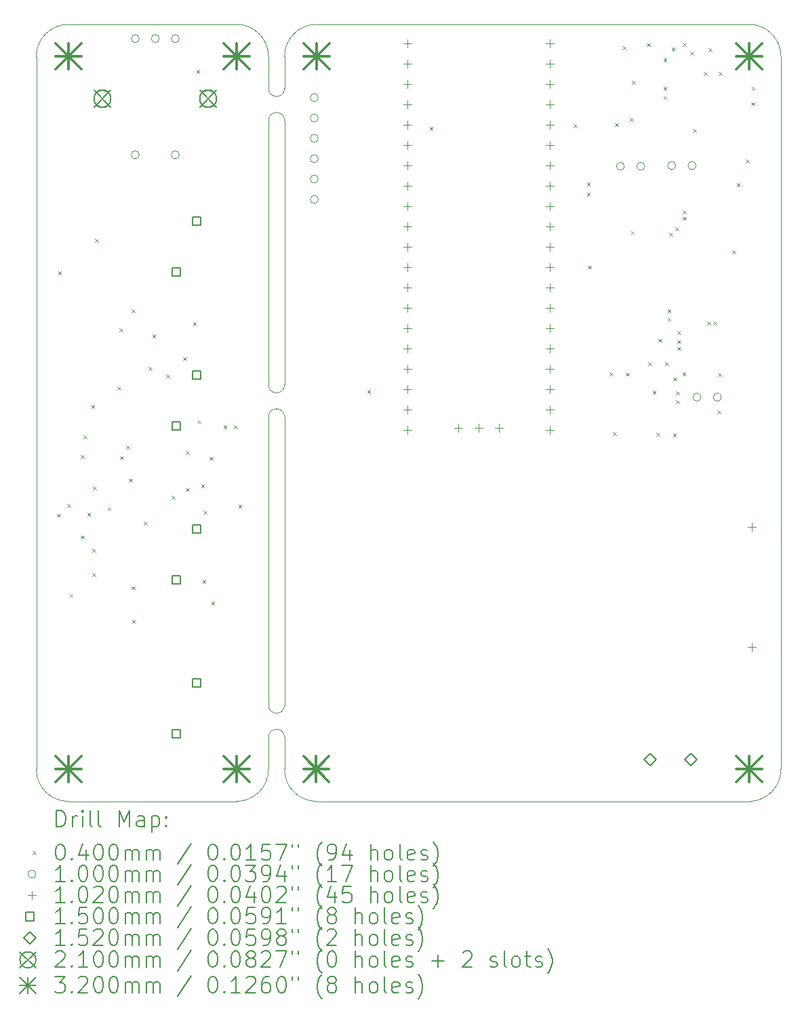
<source format=gbr>
%TF.GenerationSoftware,KiCad,Pcbnew,6.0.11-2627ca5db0~126~ubuntu22.04.1*%
%TF.CreationDate,2024-03-16T21:37:13-04:00*%
%TF.ProjectId,board,626f6172-642e-46b6-9963-61645f706362,rev?*%
%TF.SameCoordinates,Original*%
%TF.FileFunction,Drillmap*%
%TF.FilePolarity,Positive*%
%FSLAX45Y45*%
G04 Gerber Fmt 4.5, Leading zero omitted, Abs format (unit mm)*
G04 Created by KiCad (PCBNEW 6.0.11-2627ca5db0~126~ubuntu22.04.1) date 2024-03-16 21:37:13*
%MOMM*%
%LPD*%
G01*
G04 APERTURE LIST*
%ADD10C,0.100000*%
%ADD11C,0.200000*%
%ADD12C,0.040000*%
%ADD13C,0.102000*%
%ADD14C,0.150000*%
%ADD15C,0.152000*%
%ADD16C,0.210000*%
%ADD17C,0.320000*%
G04 APERTURE END LIST*
D10*
X10200000Y-13600000D02*
X10200000Y-4700000D01*
X13100000Y-13600000D02*
X13100000Y-13200000D01*
X19500000Y-13600000D02*
X19500000Y-4700000D01*
X13100000Y-8800000D02*
G75*
G03*
X13300000Y-8800000I100000J0D01*
G01*
X13700000Y-4300000D02*
G75*
G03*
X13300000Y-4700000I0J-400000D01*
G01*
X13300000Y-5500000D02*
X13300000Y-8800000D01*
X13300000Y-5500000D02*
G75*
G03*
X13100000Y-5500000I-100000J0D01*
G01*
X19120000Y-14000003D02*
G75*
G03*
X19500000Y-13600000I-20530J400004D01*
G01*
X10600000Y-4300000D02*
G75*
G03*
X10200000Y-4700000I0J-400000D01*
G01*
X19100000Y-4300000D02*
X13700000Y-4300000D01*
X10200000Y-13600000D02*
G75*
G03*
X10600000Y-14000000I400000J0D01*
G01*
X13100000Y-4700000D02*
X13100000Y-5100000D01*
X13300000Y-9200000D02*
G75*
G03*
X13100000Y-9200000I-100000J0D01*
G01*
X12700000Y-14000000D02*
X10600000Y-14000000D01*
X13100000Y-9200000D02*
X13100000Y-12800000D01*
X13300000Y-13600000D02*
X13300000Y-13200000D01*
X13300000Y-13200000D02*
G75*
G03*
X13100000Y-13200000I-100000J0D01*
G01*
X13100000Y-5100000D02*
G75*
G03*
X13300000Y-5100000I100000J0D01*
G01*
X13300000Y-9200000D02*
X13300000Y-12800000D01*
X13300000Y-4700000D02*
X13300000Y-5100000D01*
X10600000Y-4300000D02*
X12700000Y-4300000D01*
X13300000Y-13600000D02*
G75*
G03*
X13700000Y-14000000I400000J0D01*
G01*
X13100000Y-8800000D02*
X13100000Y-5500000D01*
X12700000Y-14000000D02*
G75*
G03*
X13100000Y-13600000I0J400000D01*
G01*
X13100000Y-12800000D02*
G75*
G03*
X13300000Y-12800000I100000J0D01*
G01*
X13700000Y-14000000D02*
X19120000Y-14000000D01*
X13100000Y-4700000D02*
G75*
G03*
X12700000Y-4300000I-400000J0D01*
G01*
X19500000Y-4700000D02*
G75*
G03*
X19100000Y-4300000I-400000J0D01*
G01*
D11*
D12*
X10461000Y-10410000D02*
X10501000Y-10450000D01*
X10501000Y-10410000D02*
X10461000Y-10450000D01*
X10472450Y-7384000D02*
X10512450Y-7424000D01*
X10512450Y-7384000D02*
X10472450Y-7424000D01*
X10586000Y-10285000D02*
X10626000Y-10325000D01*
X10626000Y-10285000D02*
X10586000Y-10325000D01*
X10616000Y-11410000D02*
X10656000Y-11450000D01*
X10656000Y-11410000D02*
X10616000Y-11450000D01*
X10753000Y-10682000D02*
X10793000Y-10722000D01*
X10793000Y-10682000D02*
X10753000Y-10722000D01*
X10755000Y-9679000D02*
X10795000Y-9719000D01*
X10795000Y-9679000D02*
X10755000Y-9719000D01*
X10788000Y-9433000D02*
X10828000Y-9473000D01*
X10828000Y-9433000D02*
X10788000Y-9473000D01*
X10836450Y-10398000D02*
X10876450Y-10438000D01*
X10876450Y-10398000D02*
X10836450Y-10438000D01*
X10886000Y-9053000D02*
X10926000Y-9093000D01*
X10926000Y-9053000D02*
X10886000Y-9093000D01*
X10898000Y-11153000D02*
X10938000Y-11193000D01*
X10938000Y-11153000D02*
X10898000Y-11193000D01*
X10900000Y-10849000D02*
X10940000Y-10889000D01*
X10940000Y-10849000D02*
X10900000Y-10889000D01*
X10910000Y-10069000D02*
X10950000Y-10109000D01*
X10950000Y-10069000D02*
X10910000Y-10109000D01*
X10936000Y-6974000D02*
X10976000Y-7014000D01*
X10976000Y-6974000D02*
X10936000Y-7014000D01*
X11090000Y-10326000D02*
X11130000Y-10366000D01*
X11130000Y-10326000D02*
X11090000Y-10366000D01*
X11212000Y-8825000D02*
X11252000Y-8865000D01*
X11252000Y-8825000D02*
X11212000Y-8865000D01*
X11237000Y-8093000D02*
X11277000Y-8133000D01*
X11277000Y-8093000D02*
X11237000Y-8133000D01*
X11244000Y-9691000D02*
X11284000Y-9731000D01*
X11284000Y-9691000D02*
X11244000Y-9731000D01*
X11320550Y-9556500D02*
X11360550Y-9596500D01*
X11360550Y-9556500D02*
X11320550Y-9596500D01*
X11356000Y-9971000D02*
X11396000Y-10011000D01*
X11396000Y-9971000D02*
X11356000Y-10011000D01*
X11393000Y-7855050D02*
X11433000Y-7895050D01*
X11433000Y-7855050D02*
X11393000Y-7895050D01*
X11393000Y-11317000D02*
X11433000Y-11357000D01*
X11433000Y-11317000D02*
X11393000Y-11357000D01*
X11395000Y-11735000D02*
X11435000Y-11775000D01*
X11435000Y-11735000D02*
X11395000Y-11775000D01*
X11544000Y-10510000D02*
X11584000Y-10550000D01*
X11584000Y-10510000D02*
X11544000Y-10550000D01*
X11601000Y-8578000D02*
X11641000Y-8618000D01*
X11641000Y-8578000D02*
X11601000Y-8618000D01*
X11650000Y-8170000D02*
X11690000Y-8210000D01*
X11690000Y-8170000D02*
X11650000Y-8210000D01*
X11822370Y-8668315D02*
X11862370Y-8708315D01*
X11862370Y-8668315D02*
X11822370Y-8708315D01*
X11888000Y-10186000D02*
X11928000Y-10226000D01*
X11928000Y-10186000D02*
X11888000Y-10226000D01*
X12036000Y-8455000D02*
X12076000Y-8495000D01*
X12076000Y-8455000D02*
X12036000Y-8495000D01*
X12069000Y-9626000D02*
X12109000Y-9666000D01*
X12109000Y-9626000D02*
X12069000Y-9666000D01*
X12069000Y-10088000D02*
X12109000Y-10128000D01*
X12109000Y-10088000D02*
X12069000Y-10128000D01*
X12158000Y-8021000D02*
X12198000Y-8061000D01*
X12198000Y-8021000D02*
X12158000Y-8061000D01*
X12200000Y-4869000D02*
X12240000Y-4909000D01*
X12240000Y-4869000D02*
X12200000Y-4909000D01*
X12217000Y-9241000D02*
X12257000Y-9281000D01*
X12257000Y-9241000D02*
X12217000Y-9281000D01*
X12258000Y-10045000D02*
X12298000Y-10085000D01*
X12298000Y-10045000D02*
X12258000Y-10085000D01*
X12275000Y-11233000D02*
X12315000Y-11273000D01*
X12315000Y-11233000D02*
X12275000Y-11273000D01*
X12291000Y-10375000D02*
X12331000Y-10415000D01*
X12331000Y-10375000D02*
X12291000Y-10415000D01*
X12365000Y-9700000D02*
X12405000Y-9740000D01*
X12405000Y-9700000D02*
X12365000Y-9740000D01*
X12385000Y-11506000D02*
X12425000Y-11546000D01*
X12425000Y-11506000D02*
X12385000Y-11546000D01*
X12539000Y-9305000D02*
X12579000Y-9345000D01*
X12579000Y-9305000D02*
X12539000Y-9345000D01*
X12667000Y-9305000D02*
X12707000Y-9345000D01*
X12707000Y-9305000D02*
X12667000Y-9345000D01*
X12723000Y-10295000D02*
X12763000Y-10335000D01*
X12763000Y-10295000D02*
X12723000Y-10335000D01*
X14333500Y-8865500D02*
X14373500Y-8905500D01*
X14373500Y-8865500D02*
X14333500Y-8905500D01*
X15112500Y-5578500D02*
X15152500Y-5618500D01*
X15152500Y-5578500D02*
X15112500Y-5618500D01*
X16909500Y-5544500D02*
X16949500Y-5584500D01*
X16949500Y-5544500D02*
X16909500Y-5584500D01*
X17075500Y-6273500D02*
X17115500Y-6313500D01*
X17115500Y-6273500D02*
X17075500Y-6313500D01*
X17075500Y-6401500D02*
X17115500Y-6441500D01*
X17115500Y-6401500D02*
X17075500Y-6441500D01*
X17087000Y-7312000D02*
X17127000Y-7352000D01*
X17127000Y-7312000D02*
X17087000Y-7352000D01*
X17362500Y-8644500D02*
X17402500Y-8684500D01*
X17402500Y-8644500D02*
X17362500Y-8684500D01*
X17404500Y-9389500D02*
X17444500Y-9429500D01*
X17444500Y-9389500D02*
X17404500Y-9429500D01*
X17425000Y-5534000D02*
X17465000Y-5574000D01*
X17465000Y-5534000D02*
X17425000Y-5574000D01*
X17517500Y-4569500D02*
X17557500Y-4609500D01*
X17557500Y-4569500D02*
X17517500Y-4609500D01*
X17564500Y-8649500D02*
X17604500Y-8689500D01*
X17604500Y-8649500D02*
X17564500Y-8689500D01*
X17615500Y-5471500D02*
X17655500Y-5511500D01*
X17655500Y-5471500D02*
X17615500Y-5511500D01*
X17626500Y-6879500D02*
X17666500Y-6919500D01*
X17666500Y-6879500D02*
X17626500Y-6919500D01*
X17638500Y-5004500D02*
X17678500Y-5044500D01*
X17678500Y-5004500D02*
X17638500Y-5044500D01*
X17822500Y-4534500D02*
X17862500Y-4574500D01*
X17862500Y-4534500D02*
X17822500Y-4574500D01*
X17840002Y-8514998D02*
X17880002Y-8554998D01*
X17880002Y-8514998D02*
X17840002Y-8554998D01*
X17897500Y-8876500D02*
X17937500Y-8916500D01*
X17937500Y-8876500D02*
X17897500Y-8916500D01*
X17943500Y-9401500D02*
X17983500Y-9441500D01*
X17983500Y-9401500D02*
X17943500Y-9441500D01*
X17968500Y-8225500D02*
X18008500Y-8265500D01*
X18008500Y-8225500D02*
X17968500Y-8265500D01*
X18033500Y-4725500D02*
X18073500Y-4765500D01*
X18073500Y-4725500D02*
X18033500Y-4765500D01*
X18033500Y-5077500D02*
X18073500Y-5117500D01*
X18073500Y-5077500D02*
X18033500Y-5117500D01*
X18033500Y-5195500D02*
X18073500Y-5235500D01*
X18073500Y-5195500D02*
X18033500Y-5235500D01*
X18056500Y-8520500D02*
X18096500Y-8560500D01*
X18096500Y-8520500D02*
X18056500Y-8560500D01*
X18082500Y-7962500D02*
X18122500Y-8002500D01*
X18122500Y-7962500D02*
X18082500Y-8002500D01*
X18083500Y-7860500D02*
X18123500Y-7900500D01*
X18123500Y-7860500D02*
X18083500Y-7900500D01*
X18107500Y-6898500D02*
X18147500Y-6938500D01*
X18147500Y-6898500D02*
X18107500Y-6938500D01*
X18134181Y-4587181D02*
X18174181Y-4627181D01*
X18174181Y-4587181D02*
X18134181Y-4627181D01*
X18150500Y-9405500D02*
X18190500Y-9445500D01*
X18190500Y-9405500D02*
X18150500Y-9445500D01*
X18154500Y-8708500D02*
X18194500Y-8748500D01*
X18194500Y-8708500D02*
X18154500Y-8748500D01*
X18179500Y-6832500D02*
X18219500Y-6872500D01*
X18219500Y-6832500D02*
X18179500Y-6872500D01*
X18189000Y-8884000D02*
X18229000Y-8924000D01*
X18229000Y-8884000D02*
X18189000Y-8924000D01*
X18189500Y-8994500D02*
X18229500Y-9034500D01*
X18229500Y-8994500D02*
X18189500Y-9034500D01*
X18205500Y-8131500D02*
X18245500Y-8171500D01*
X18245500Y-8131500D02*
X18205500Y-8171500D01*
X18207500Y-8242500D02*
X18247500Y-8282500D01*
X18247500Y-8242500D02*
X18207500Y-8282500D01*
X18207500Y-8327500D02*
X18247500Y-8367500D01*
X18247500Y-8327500D02*
X18207500Y-8367500D01*
X18270550Y-8643500D02*
X18310550Y-8683500D01*
X18310550Y-8643500D02*
X18270550Y-8683500D01*
X18274500Y-6702500D02*
X18314500Y-6742500D01*
X18314500Y-6702500D02*
X18274500Y-6742500D01*
X18275500Y-4527500D02*
X18315500Y-4567500D01*
X18315500Y-4527500D02*
X18275500Y-4567500D01*
X18275500Y-6619500D02*
X18315500Y-6659500D01*
X18315500Y-6619500D02*
X18275500Y-6659500D01*
X18367500Y-4637500D02*
X18407500Y-4677500D01*
X18407500Y-4637500D02*
X18367500Y-4677500D01*
X18403500Y-5606500D02*
X18443500Y-5646500D01*
X18443500Y-5606500D02*
X18403500Y-5646500D01*
X18537500Y-4896500D02*
X18577500Y-4936500D01*
X18577500Y-4896500D02*
X18537500Y-4936500D01*
X18576500Y-8012500D02*
X18616500Y-8052500D01*
X18616500Y-8012500D02*
X18576500Y-8052500D01*
X18598500Y-4599500D02*
X18638500Y-4639500D01*
X18638500Y-4599500D02*
X18598500Y-4639500D01*
X18656500Y-8012500D02*
X18696500Y-8052500D01*
X18696500Y-8012500D02*
X18656500Y-8052500D01*
X18704500Y-9117500D02*
X18744500Y-9157500D01*
X18744500Y-9117500D02*
X18704500Y-9157500D01*
X18713500Y-8651500D02*
X18753500Y-8691500D01*
X18753500Y-8651500D02*
X18713500Y-8691500D01*
X18721500Y-4896500D02*
X18761500Y-4936500D01*
X18761500Y-4896500D02*
X18721500Y-4936500D01*
X18895000Y-7121000D02*
X18935000Y-7161000D01*
X18935000Y-7121000D02*
X18895000Y-7161000D01*
X18947500Y-6280500D02*
X18987500Y-6320500D01*
X18987500Y-6280500D02*
X18947500Y-6320500D01*
X19060500Y-5986500D02*
X19100500Y-6026500D01*
X19100500Y-5986500D02*
X19060500Y-6026500D01*
X19129500Y-5270500D02*
X19169500Y-5310500D01*
X19169500Y-5270500D02*
X19129500Y-5310500D01*
X19133500Y-5076500D02*
X19173500Y-5116500D01*
X19173500Y-5076500D02*
X19133500Y-5116500D01*
D10*
X11486000Y-4478000D02*
G75*
G03*
X11486000Y-4478000I-50000J0D01*
G01*
X11486000Y-5928000D02*
G75*
G03*
X11486000Y-5928000I-50000J0D01*
G01*
X11736000Y-4478000D02*
G75*
G03*
X11736000Y-4478000I-50000J0D01*
G01*
X11986000Y-4478000D02*
G75*
G03*
X11986000Y-4478000I-50000J0D01*
G01*
X11986000Y-5928000D02*
G75*
G03*
X11986000Y-5928000I-50000J0D01*
G01*
X13722500Y-5215500D02*
G75*
G03*
X13722500Y-5215500I-50000J0D01*
G01*
X13722500Y-5469500D02*
G75*
G03*
X13722500Y-5469500I-50000J0D01*
G01*
X13722500Y-5723500D02*
G75*
G03*
X13722500Y-5723500I-50000J0D01*
G01*
X13722500Y-5977500D02*
G75*
G03*
X13722500Y-5977500I-50000J0D01*
G01*
X13722500Y-6231500D02*
G75*
G03*
X13722500Y-6231500I-50000J0D01*
G01*
X13722500Y-6485500D02*
G75*
G03*
X13722500Y-6485500I-50000J0D01*
G01*
X17545500Y-6071500D02*
G75*
G03*
X17545500Y-6071500I-50000J0D01*
G01*
X17799500Y-6071500D02*
G75*
G03*
X17799500Y-6071500I-50000J0D01*
G01*
X18185000Y-6063500D02*
G75*
G03*
X18185000Y-6063500I-50000J0D01*
G01*
X18439000Y-6063500D02*
G75*
G03*
X18439000Y-6063500I-50000J0D01*
G01*
X18501000Y-8954000D02*
G75*
G03*
X18501000Y-8954000I-50000J0D01*
G01*
X18755000Y-8954000D02*
G75*
G03*
X18755000Y-8954000I-50000J0D01*
G01*
D13*
X14835500Y-4487000D02*
X14835500Y-4589000D01*
X14784500Y-4538000D02*
X14886500Y-4538000D01*
X14835500Y-4741000D02*
X14835500Y-4843000D01*
X14784500Y-4792000D02*
X14886500Y-4792000D01*
X14835500Y-4995000D02*
X14835500Y-5097000D01*
X14784500Y-5046000D02*
X14886500Y-5046000D01*
X14835500Y-5249000D02*
X14835500Y-5351000D01*
X14784500Y-5300000D02*
X14886500Y-5300000D01*
X14835500Y-5503000D02*
X14835500Y-5605000D01*
X14784500Y-5554000D02*
X14886500Y-5554000D01*
X14835500Y-5757000D02*
X14835500Y-5859000D01*
X14784500Y-5808000D02*
X14886500Y-5808000D01*
X14835500Y-6011000D02*
X14835500Y-6113000D01*
X14784500Y-6062000D02*
X14886500Y-6062000D01*
X14835500Y-6265000D02*
X14835500Y-6367000D01*
X14784500Y-6316000D02*
X14886500Y-6316000D01*
X14835500Y-6519000D02*
X14835500Y-6621000D01*
X14784500Y-6570000D02*
X14886500Y-6570000D01*
X14835500Y-6773000D02*
X14835500Y-6875000D01*
X14784500Y-6824000D02*
X14886500Y-6824000D01*
X14835500Y-7027000D02*
X14835500Y-7129000D01*
X14784500Y-7078000D02*
X14886500Y-7078000D01*
X14835500Y-7281000D02*
X14835500Y-7383000D01*
X14784500Y-7332000D02*
X14886500Y-7332000D01*
X14835500Y-7535000D02*
X14835500Y-7637000D01*
X14784500Y-7586000D02*
X14886500Y-7586000D01*
X14835500Y-7789000D02*
X14835500Y-7891000D01*
X14784500Y-7840000D02*
X14886500Y-7840000D01*
X14835500Y-8043000D02*
X14835500Y-8145000D01*
X14784500Y-8094000D02*
X14886500Y-8094000D01*
X14835500Y-8297000D02*
X14835500Y-8399000D01*
X14784500Y-8348000D02*
X14886500Y-8348000D01*
X14835500Y-8551000D02*
X14835500Y-8653000D01*
X14784500Y-8602000D02*
X14886500Y-8602000D01*
X14835500Y-8805000D02*
X14835500Y-8907000D01*
X14784500Y-8856000D02*
X14886500Y-8856000D01*
X14835500Y-9059000D02*
X14835500Y-9161000D01*
X14784500Y-9110000D02*
X14886500Y-9110000D01*
X14835500Y-9313000D02*
X14835500Y-9415000D01*
X14784500Y-9364000D02*
X14886500Y-9364000D01*
X15470500Y-9290000D02*
X15470500Y-9392000D01*
X15419500Y-9341000D02*
X15521500Y-9341000D01*
X15724500Y-9290000D02*
X15724500Y-9392000D01*
X15673500Y-9341000D02*
X15775500Y-9341000D01*
X15978500Y-9290000D02*
X15978500Y-9392000D01*
X15927500Y-9341000D02*
X16029500Y-9341000D01*
X16613500Y-4487000D02*
X16613500Y-4589000D01*
X16562500Y-4538000D02*
X16664500Y-4538000D01*
X16613500Y-4741000D02*
X16613500Y-4843000D01*
X16562500Y-4792000D02*
X16664500Y-4792000D01*
X16613500Y-4995000D02*
X16613500Y-5097000D01*
X16562500Y-5046000D02*
X16664500Y-5046000D01*
X16613500Y-5249000D02*
X16613500Y-5351000D01*
X16562500Y-5300000D02*
X16664500Y-5300000D01*
X16613500Y-5503000D02*
X16613500Y-5605000D01*
X16562500Y-5554000D02*
X16664500Y-5554000D01*
X16613500Y-5757000D02*
X16613500Y-5859000D01*
X16562500Y-5808000D02*
X16664500Y-5808000D01*
X16613500Y-6011000D02*
X16613500Y-6113000D01*
X16562500Y-6062000D02*
X16664500Y-6062000D01*
X16613500Y-6265000D02*
X16613500Y-6367000D01*
X16562500Y-6316000D02*
X16664500Y-6316000D01*
X16613500Y-6519000D02*
X16613500Y-6621000D01*
X16562500Y-6570000D02*
X16664500Y-6570000D01*
X16613500Y-6773000D02*
X16613500Y-6875000D01*
X16562500Y-6824000D02*
X16664500Y-6824000D01*
X16613500Y-7027000D02*
X16613500Y-7129000D01*
X16562500Y-7078000D02*
X16664500Y-7078000D01*
X16613500Y-7281000D02*
X16613500Y-7383000D01*
X16562500Y-7332000D02*
X16664500Y-7332000D01*
X16613500Y-7535000D02*
X16613500Y-7637000D01*
X16562500Y-7586000D02*
X16664500Y-7586000D01*
X16613500Y-7789000D02*
X16613500Y-7891000D01*
X16562500Y-7840000D02*
X16664500Y-7840000D01*
X16613500Y-8043000D02*
X16613500Y-8145000D01*
X16562500Y-8094000D02*
X16664500Y-8094000D01*
X16613500Y-8297000D02*
X16613500Y-8399000D01*
X16562500Y-8348000D02*
X16664500Y-8348000D01*
X16613500Y-8551000D02*
X16613500Y-8653000D01*
X16562500Y-8602000D02*
X16664500Y-8602000D01*
X16613500Y-8805000D02*
X16613500Y-8907000D01*
X16562500Y-8856000D02*
X16664500Y-8856000D01*
X16613500Y-9059000D02*
X16613500Y-9161000D01*
X16562500Y-9110000D02*
X16664500Y-9110000D01*
X16613500Y-9313000D02*
X16613500Y-9415000D01*
X16562500Y-9364000D02*
X16664500Y-9364000D01*
X19139000Y-10527000D02*
X19139000Y-10629000D01*
X19088000Y-10578000D02*
X19190000Y-10578000D01*
X19139000Y-12026000D02*
X19139000Y-12128000D01*
X19088000Y-12077000D02*
X19190000Y-12077000D01*
D14*
X12000033Y-7443033D02*
X12000033Y-7336966D01*
X11893966Y-7336966D01*
X11893966Y-7443033D01*
X12000033Y-7443033D01*
X12000033Y-9365034D02*
X12000033Y-9258967D01*
X11893966Y-9258967D01*
X11893966Y-9365034D01*
X12000033Y-9365034D01*
X12002033Y-11287033D02*
X12002033Y-11180967D01*
X11895966Y-11180967D01*
X11895966Y-11287033D01*
X12002033Y-11287033D01*
X12002033Y-13209033D02*
X12002033Y-13102966D01*
X11895966Y-13102966D01*
X11895966Y-13209033D01*
X12002033Y-13209033D01*
X12254033Y-6808033D02*
X12254033Y-6701966D01*
X12147966Y-6701966D01*
X12147966Y-6808033D01*
X12254033Y-6808033D01*
X12254033Y-8730034D02*
X12254033Y-8623967D01*
X12147966Y-8623967D01*
X12147966Y-8730034D01*
X12254033Y-8730034D01*
X12256033Y-10652034D02*
X12256033Y-10545967D01*
X12149966Y-10545967D01*
X12149966Y-10652034D01*
X12256033Y-10652034D01*
X12256033Y-12574033D02*
X12256033Y-12467966D01*
X12149966Y-12467966D01*
X12149966Y-12574033D01*
X12256033Y-12574033D01*
D15*
X17867500Y-13550500D02*
X17943500Y-13474500D01*
X17867500Y-13398500D01*
X17791500Y-13474500D01*
X17867500Y-13550500D01*
X18375500Y-13550500D02*
X18451500Y-13474500D01*
X18375500Y-13398500D01*
X18299500Y-13474500D01*
X18375500Y-13550500D01*
D16*
X10921000Y-5123000D02*
X11131000Y-5333000D01*
X11131000Y-5123000D02*
X10921000Y-5333000D01*
X11131000Y-5228000D02*
G75*
G03*
X11131000Y-5228000I-105000J0D01*
G01*
D11*
X10921000Y-5223000D02*
X10921000Y-5233000D01*
X11131000Y-5223000D02*
X11131000Y-5233000D01*
X10921000Y-5233000D02*
G75*
G03*
X11131000Y-5233000I105000J0D01*
G01*
X11131000Y-5223000D02*
G75*
G03*
X10921000Y-5223000I-105000J0D01*
G01*
D16*
X12241000Y-5123000D02*
X12451000Y-5333000D01*
X12451000Y-5123000D02*
X12241000Y-5333000D01*
X12451000Y-5228000D02*
G75*
G03*
X12451000Y-5228000I-105000J0D01*
G01*
D11*
X12241000Y-5223000D02*
X12241000Y-5233000D01*
X12451000Y-5223000D02*
X12451000Y-5233000D01*
X12241000Y-5233000D02*
G75*
G03*
X12451000Y-5233000I105000J0D01*
G01*
X12451000Y-5223000D02*
G75*
G03*
X12241000Y-5223000I-105000J0D01*
G01*
D17*
X10440000Y-4540000D02*
X10760000Y-4860000D01*
X10760000Y-4540000D02*
X10440000Y-4860000D01*
X10600000Y-4540000D02*
X10600000Y-4860000D01*
X10440000Y-4700000D02*
X10760000Y-4700000D01*
X10440000Y-13440000D02*
X10760000Y-13760000D01*
X10760000Y-13440000D02*
X10440000Y-13760000D01*
X10600000Y-13440000D02*
X10600000Y-13760000D01*
X10440000Y-13600000D02*
X10760000Y-13600000D01*
X12540000Y-4540000D02*
X12860000Y-4860000D01*
X12860000Y-4540000D02*
X12540000Y-4860000D01*
X12700000Y-4540000D02*
X12700000Y-4860000D01*
X12540000Y-4700000D02*
X12860000Y-4700000D01*
X12540000Y-13440000D02*
X12860000Y-13760000D01*
X12860000Y-13440000D02*
X12540000Y-13760000D01*
X12700000Y-13440000D02*
X12700000Y-13760000D01*
X12540000Y-13600000D02*
X12860000Y-13600000D01*
X13536500Y-13440000D02*
X13856500Y-13760000D01*
X13856500Y-13440000D02*
X13536500Y-13760000D01*
X13696500Y-13440000D02*
X13696500Y-13760000D01*
X13536500Y-13600000D02*
X13856500Y-13600000D01*
X13540000Y-4540000D02*
X13860000Y-4860000D01*
X13860000Y-4540000D02*
X13540000Y-4860000D01*
X13700000Y-4540000D02*
X13700000Y-4860000D01*
X13540000Y-4700000D02*
X13860000Y-4700000D01*
X18940000Y-4540000D02*
X19260000Y-4860000D01*
X19260000Y-4540000D02*
X18940000Y-4860000D01*
X19100000Y-4540000D02*
X19100000Y-4860000D01*
X18940000Y-4700000D02*
X19260000Y-4700000D01*
X18940000Y-13440000D02*
X19260000Y-13760000D01*
X19260000Y-13440000D02*
X18940000Y-13760000D01*
X19100000Y-13440000D02*
X19100000Y-13760000D01*
X18940000Y-13600000D02*
X19260000Y-13600000D01*
D11*
X10452619Y-14315476D02*
X10452619Y-14115476D01*
X10500238Y-14115476D01*
X10528810Y-14125000D01*
X10547857Y-14144048D01*
X10557381Y-14163095D01*
X10566905Y-14201190D01*
X10566905Y-14229762D01*
X10557381Y-14267857D01*
X10547857Y-14286905D01*
X10528810Y-14305952D01*
X10500238Y-14315476D01*
X10452619Y-14315476D01*
X10652619Y-14315476D02*
X10652619Y-14182143D01*
X10652619Y-14220238D02*
X10662143Y-14201190D01*
X10671667Y-14191667D01*
X10690714Y-14182143D01*
X10709762Y-14182143D01*
X10776429Y-14315476D02*
X10776429Y-14182143D01*
X10776429Y-14115476D02*
X10766905Y-14125000D01*
X10776429Y-14134524D01*
X10785952Y-14125000D01*
X10776429Y-14115476D01*
X10776429Y-14134524D01*
X10900238Y-14315476D02*
X10881190Y-14305952D01*
X10871667Y-14286905D01*
X10871667Y-14115476D01*
X11005000Y-14315476D02*
X10985952Y-14305952D01*
X10976429Y-14286905D01*
X10976429Y-14115476D01*
X11233571Y-14315476D02*
X11233571Y-14115476D01*
X11300238Y-14258333D01*
X11366905Y-14115476D01*
X11366905Y-14315476D01*
X11547857Y-14315476D02*
X11547857Y-14210714D01*
X11538333Y-14191667D01*
X11519286Y-14182143D01*
X11481190Y-14182143D01*
X11462143Y-14191667D01*
X11547857Y-14305952D02*
X11528809Y-14315476D01*
X11481190Y-14315476D01*
X11462143Y-14305952D01*
X11452619Y-14286905D01*
X11452619Y-14267857D01*
X11462143Y-14248809D01*
X11481190Y-14239286D01*
X11528809Y-14239286D01*
X11547857Y-14229762D01*
X11643095Y-14182143D02*
X11643095Y-14382143D01*
X11643095Y-14191667D02*
X11662143Y-14182143D01*
X11700238Y-14182143D01*
X11719286Y-14191667D01*
X11728809Y-14201190D01*
X11738333Y-14220238D01*
X11738333Y-14277381D01*
X11728809Y-14296428D01*
X11719286Y-14305952D01*
X11700238Y-14315476D01*
X11662143Y-14315476D01*
X11643095Y-14305952D01*
X11824048Y-14296428D02*
X11833571Y-14305952D01*
X11824048Y-14315476D01*
X11814524Y-14305952D01*
X11824048Y-14296428D01*
X11824048Y-14315476D01*
X11824048Y-14191667D02*
X11833571Y-14201190D01*
X11824048Y-14210714D01*
X11814524Y-14201190D01*
X11824048Y-14191667D01*
X11824048Y-14210714D01*
D12*
X10155000Y-14625000D02*
X10195000Y-14665000D01*
X10195000Y-14625000D02*
X10155000Y-14665000D01*
D11*
X10490714Y-14535476D02*
X10509762Y-14535476D01*
X10528810Y-14545000D01*
X10538333Y-14554524D01*
X10547857Y-14573571D01*
X10557381Y-14611667D01*
X10557381Y-14659286D01*
X10547857Y-14697381D01*
X10538333Y-14716428D01*
X10528810Y-14725952D01*
X10509762Y-14735476D01*
X10490714Y-14735476D01*
X10471667Y-14725952D01*
X10462143Y-14716428D01*
X10452619Y-14697381D01*
X10443095Y-14659286D01*
X10443095Y-14611667D01*
X10452619Y-14573571D01*
X10462143Y-14554524D01*
X10471667Y-14545000D01*
X10490714Y-14535476D01*
X10643095Y-14716428D02*
X10652619Y-14725952D01*
X10643095Y-14735476D01*
X10633571Y-14725952D01*
X10643095Y-14716428D01*
X10643095Y-14735476D01*
X10824048Y-14602143D02*
X10824048Y-14735476D01*
X10776429Y-14525952D02*
X10728810Y-14668809D01*
X10852619Y-14668809D01*
X10966905Y-14535476D02*
X10985952Y-14535476D01*
X11005000Y-14545000D01*
X11014524Y-14554524D01*
X11024048Y-14573571D01*
X11033571Y-14611667D01*
X11033571Y-14659286D01*
X11024048Y-14697381D01*
X11014524Y-14716428D01*
X11005000Y-14725952D01*
X10985952Y-14735476D01*
X10966905Y-14735476D01*
X10947857Y-14725952D01*
X10938333Y-14716428D01*
X10928810Y-14697381D01*
X10919286Y-14659286D01*
X10919286Y-14611667D01*
X10928810Y-14573571D01*
X10938333Y-14554524D01*
X10947857Y-14545000D01*
X10966905Y-14535476D01*
X11157381Y-14535476D02*
X11176429Y-14535476D01*
X11195476Y-14545000D01*
X11205000Y-14554524D01*
X11214524Y-14573571D01*
X11224048Y-14611667D01*
X11224048Y-14659286D01*
X11214524Y-14697381D01*
X11205000Y-14716428D01*
X11195476Y-14725952D01*
X11176429Y-14735476D01*
X11157381Y-14735476D01*
X11138333Y-14725952D01*
X11128810Y-14716428D01*
X11119286Y-14697381D01*
X11109762Y-14659286D01*
X11109762Y-14611667D01*
X11119286Y-14573571D01*
X11128810Y-14554524D01*
X11138333Y-14545000D01*
X11157381Y-14535476D01*
X11309762Y-14735476D02*
X11309762Y-14602143D01*
X11309762Y-14621190D02*
X11319286Y-14611667D01*
X11338333Y-14602143D01*
X11366905Y-14602143D01*
X11385952Y-14611667D01*
X11395476Y-14630714D01*
X11395476Y-14735476D01*
X11395476Y-14630714D02*
X11405000Y-14611667D01*
X11424048Y-14602143D01*
X11452619Y-14602143D01*
X11471667Y-14611667D01*
X11481190Y-14630714D01*
X11481190Y-14735476D01*
X11576428Y-14735476D02*
X11576428Y-14602143D01*
X11576428Y-14621190D02*
X11585952Y-14611667D01*
X11605000Y-14602143D01*
X11633571Y-14602143D01*
X11652619Y-14611667D01*
X11662143Y-14630714D01*
X11662143Y-14735476D01*
X11662143Y-14630714D02*
X11671667Y-14611667D01*
X11690714Y-14602143D01*
X11719286Y-14602143D01*
X11738333Y-14611667D01*
X11747857Y-14630714D01*
X11747857Y-14735476D01*
X12138333Y-14525952D02*
X11966905Y-14783095D01*
X12395476Y-14535476D02*
X12414524Y-14535476D01*
X12433571Y-14545000D01*
X12443095Y-14554524D01*
X12452619Y-14573571D01*
X12462143Y-14611667D01*
X12462143Y-14659286D01*
X12452619Y-14697381D01*
X12443095Y-14716428D01*
X12433571Y-14725952D01*
X12414524Y-14735476D01*
X12395476Y-14735476D01*
X12376428Y-14725952D01*
X12366905Y-14716428D01*
X12357381Y-14697381D01*
X12347857Y-14659286D01*
X12347857Y-14611667D01*
X12357381Y-14573571D01*
X12366905Y-14554524D01*
X12376428Y-14545000D01*
X12395476Y-14535476D01*
X12547857Y-14716428D02*
X12557381Y-14725952D01*
X12547857Y-14735476D01*
X12538333Y-14725952D01*
X12547857Y-14716428D01*
X12547857Y-14735476D01*
X12681190Y-14535476D02*
X12700238Y-14535476D01*
X12719286Y-14545000D01*
X12728809Y-14554524D01*
X12738333Y-14573571D01*
X12747857Y-14611667D01*
X12747857Y-14659286D01*
X12738333Y-14697381D01*
X12728809Y-14716428D01*
X12719286Y-14725952D01*
X12700238Y-14735476D01*
X12681190Y-14735476D01*
X12662143Y-14725952D01*
X12652619Y-14716428D01*
X12643095Y-14697381D01*
X12633571Y-14659286D01*
X12633571Y-14611667D01*
X12643095Y-14573571D01*
X12652619Y-14554524D01*
X12662143Y-14545000D01*
X12681190Y-14535476D01*
X12938333Y-14735476D02*
X12824048Y-14735476D01*
X12881190Y-14735476D02*
X12881190Y-14535476D01*
X12862143Y-14564048D01*
X12843095Y-14583095D01*
X12824048Y-14592619D01*
X13119286Y-14535476D02*
X13024048Y-14535476D01*
X13014524Y-14630714D01*
X13024048Y-14621190D01*
X13043095Y-14611667D01*
X13090714Y-14611667D01*
X13109762Y-14621190D01*
X13119286Y-14630714D01*
X13128809Y-14649762D01*
X13128809Y-14697381D01*
X13119286Y-14716428D01*
X13109762Y-14725952D01*
X13090714Y-14735476D01*
X13043095Y-14735476D01*
X13024048Y-14725952D01*
X13014524Y-14716428D01*
X13195476Y-14535476D02*
X13328809Y-14535476D01*
X13243095Y-14735476D01*
X13395476Y-14535476D02*
X13395476Y-14573571D01*
X13471667Y-14535476D02*
X13471667Y-14573571D01*
X13766905Y-14811667D02*
X13757381Y-14802143D01*
X13738333Y-14773571D01*
X13728809Y-14754524D01*
X13719286Y-14725952D01*
X13709762Y-14678333D01*
X13709762Y-14640238D01*
X13719286Y-14592619D01*
X13728809Y-14564048D01*
X13738333Y-14545000D01*
X13757381Y-14516428D01*
X13766905Y-14506905D01*
X13852619Y-14735476D02*
X13890714Y-14735476D01*
X13909762Y-14725952D01*
X13919286Y-14716428D01*
X13938333Y-14687857D01*
X13947857Y-14649762D01*
X13947857Y-14573571D01*
X13938333Y-14554524D01*
X13928809Y-14545000D01*
X13909762Y-14535476D01*
X13871667Y-14535476D01*
X13852619Y-14545000D01*
X13843095Y-14554524D01*
X13833571Y-14573571D01*
X13833571Y-14621190D01*
X13843095Y-14640238D01*
X13852619Y-14649762D01*
X13871667Y-14659286D01*
X13909762Y-14659286D01*
X13928809Y-14649762D01*
X13938333Y-14640238D01*
X13947857Y-14621190D01*
X14119286Y-14602143D02*
X14119286Y-14735476D01*
X14071667Y-14525952D02*
X14024048Y-14668809D01*
X14147857Y-14668809D01*
X14376428Y-14735476D02*
X14376428Y-14535476D01*
X14462143Y-14735476D02*
X14462143Y-14630714D01*
X14452619Y-14611667D01*
X14433571Y-14602143D01*
X14405000Y-14602143D01*
X14385952Y-14611667D01*
X14376428Y-14621190D01*
X14585952Y-14735476D02*
X14566905Y-14725952D01*
X14557381Y-14716428D01*
X14547857Y-14697381D01*
X14547857Y-14640238D01*
X14557381Y-14621190D01*
X14566905Y-14611667D01*
X14585952Y-14602143D01*
X14614524Y-14602143D01*
X14633571Y-14611667D01*
X14643095Y-14621190D01*
X14652619Y-14640238D01*
X14652619Y-14697381D01*
X14643095Y-14716428D01*
X14633571Y-14725952D01*
X14614524Y-14735476D01*
X14585952Y-14735476D01*
X14766905Y-14735476D02*
X14747857Y-14725952D01*
X14738333Y-14706905D01*
X14738333Y-14535476D01*
X14919286Y-14725952D02*
X14900238Y-14735476D01*
X14862143Y-14735476D01*
X14843095Y-14725952D01*
X14833571Y-14706905D01*
X14833571Y-14630714D01*
X14843095Y-14611667D01*
X14862143Y-14602143D01*
X14900238Y-14602143D01*
X14919286Y-14611667D01*
X14928809Y-14630714D01*
X14928809Y-14649762D01*
X14833571Y-14668809D01*
X15005000Y-14725952D02*
X15024048Y-14735476D01*
X15062143Y-14735476D01*
X15081190Y-14725952D01*
X15090714Y-14706905D01*
X15090714Y-14697381D01*
X15081190Y-14678333D01*
X15062143Y-14668809D01*
X15033571Y-14668809D01*
X15014524Y-14659286D01*
X15005000Y-14640238D01*
X15005000Y-14630714D01*
X15014524Y-14611667D01*
X15033571Y-14602143D01*
X15062143Y-14602143D01*
X15081190Y-14611667D01*
X15157381Y-14811667D02*
X15166905Y-14802143D01*
X15185952Y-14773571D01*
X15195476Y-14754524D01*
X15205000Y-14725952D01*
X15214524Y-14678333D01*
X15214524Y-14640238D01*
X15205000Y-14592619D01*
X15195476Y-14564048D01*
X15185952Y-14545000D01*
X15166905Y-14516428D01*
X15157381Y-14506905D01*
D10*
X10195000Y-14909000D02*
G75*
G03*
X10195000Y-14909000I-50000J0D01*
G01*
D11*
X10557381Y-14999476D02*
X10443095Y-14999476D01*
X10500238Y-14999476D02*
X10500238Y-14799476D01*
X10481190Y-14828048D01*
X10462143Y-14847095D01*
X10443095Y-14856619D01*
X10643095Y-14980428D02*
X10652619Y-14989952D01*
X10643095Y-14999476D01*
X10633571Y-14989952D01*
X10643095Y-14980428D01*
X10643095Y-14999476D01*
X10776429Y-14799476D02*
X10795476Y-14799476D01*
X10814524Y-14809000D01*
X10824048Y-14818524D01*
X10833571Y-14837571D01*
X10843095Y-14875667D01*
X10843095Y-14923286D01*
X10833571Y-14961381D01*
X10824048Y-14980428D01*
X10814524Y-14989952D01*
X10795476Y-14999476D01*
X10776429Y-14999476D01*
X10757381Y-14989952D01*
X10747857Y-14980428D01*
X10738333Y-14961381D01*
X10728810Y-14923286D01*
X10728810Y-14875667D01*
X10738333Y-14837571D01*
X10747857Y-14818524D01*
X10757381Y-14809000D01*
X10776429Y-14799476D01*
X10966905Y-14799476D02*
X10985952Y-14799476D01*
X11005000Y-14809000D01*
X11014524Y-14818524D01*
X11024048Y-14837571D01*
X11033571Y-14875667D01*
X11033571Y-14923286D01*
X11024048Y-14961381D01*
X11014524Y-14980428D01*
X11005000Y-14989952D01*
X10985952Y-14999476D01*
X10966905Y-14999476D01*
X10947857Y-14989952D01*
X10938333Y-14980428D01*
X10928810Y-14961381D01*
X10919286Y-14923286D01*
X10919286Y-14875667D01*
X10928810Y-14837571D01*
X10938333Y-14818524D01*
X10947857Y-14809000D01*
X10966905Y-14799476D01*
X11157381Y-14799476D02*
X11176429Y-14799476D01*
X11195476Y-14809000D01*
X11205000Y-14818524D01*
X11214524Y-14837571D01*
X11224048Y-14875667D01*
X11224048Y-14923286D01*
X11214524Y-14961381D01*
X11205000Y-14980428D01*
X11195476Y-14989952D01*
X11176429Y-14999476D01*
X11157381Y-14999476D01*
X11138333Y-14989952D01*
X11128810Y-14980428D01*
X11119286Y-14961381D01*
X11109762Y-14923286D01*
X11109762Y-14875667D01*
X11119286Y-14837571D01*
X11128810Y-14818524D01*
X11138333Y-14809000D01*
X11157381Y-14799476D01*
X11309762Y-14999476D02*
X11309762Y-14866143D01*
X11309762Y-14885190D02*
X11319286Y-14875667D01*
X11338333Y-14866143D01*
X11366905Y-14866143D01*
X11385952Y-14875667D01*
X11395476Y-14894714D01*
X11395476Y-14999476D01*
X11395476Y-14894714D02*
X11405000Y-14875667D01*
X11424048Y-14866143D01*
X11452619Y-14866143D01*
X11471667Y-14875667D01*
X11481190Y-14894714D01*
X11481190Y-14999476D01*
X11576428Y-14999476D02*
X11576428Y-14866143D01*
X11576428Y-14885190D02*
X11585952Y-14875667D01*
X11605000Y-14866143D01*
X11633571Y-14866143D01*
X11652619Y-14875667D01*
X11662143Y-14894714D01*
X11662143Y-14999476D01*
X11662143Y-14894714D02*
X11671667Y-14875667D01*
X11690714Y-14866143D01*
X11719286Y-14866143D01*
X11738333Y-14875667D01*
X11747857Y-14894714D01*
X11747857Y-14999476D01*
X12138333Y-14789952D02*
X11966905Y-15047095D01*
X12395476Y-14799476D02*
X12414524Y-14799476D01*
X12433571Y-14809000D01*
X12443095Y-14818524D01*
X12452619Y-14837571D01*
X12462143Y-14875667D01*
X12462143Y-14923286D01*
X12452619Y-14961381D01*
X12443095Y-14980428D01*
X12433571Y-14989952D01*
X12414524Y-14999476D01*
X12395476Y-14999476D01*
X12376428Y-14989952D01*
X12366905Y-14980428D01*
X12357381Y-14961381D01*
X12347857Y-14923286D01*
X12347857Y-14875667D01*
X12357381Y-14837571D01*
X12366905Y-14818524D01*
X12376428Y-14809000D01*
X12395476Y-14799476D01*
X12547857Y-14980428D02*
X12557381Y-14989952D01*
X12547857Y-14999476D01*
X12538333Y-14989952D01*
X12547857Y-14980428D01*
X12547857Y-14999476D01*
X12681190Y-14799476D02*
X12700238Y-14799476D01*
X12719286Y-14809000D01*
X12728809Y-14818524D01*
X12738333Y-14837571D01*
X12747857Y-14875667D01*
X12747857Y-14923286D01*
X12738333Y-14961381D01*
X12728809Y-14980428D01*
X12719286Y-14989952D01*
X12700238Y-14999476D01*
X12681190Y-14999476D01*
X12662143Y-14989952D01*
X12652619Y-14980428D01*
X12643095Y-14961381D01*
X12633571Y-14923286D01*
X12633571Y-14875667D01*
X12643095Y-14837571D01*
X12652619Y-14818524D01*
X12662143Y-14809000D01*
X12681190Y-14799476D01*
X12814524Y-14799476D02*
X12938333Y-14799476D01*
X12871667Y-14875667D01*
X12900238Y-14875667D01*
X12919286Y-14885190D01*
X12928809Y-14894714D01*
X12938333Y-14913762D01*
X12938333Y-14961381D01*
X12928809Y-14980428D01*
X12919286Y-14989952D01*
X12900238Y-14999476D01*
X12843095Y-14999476D01*
X12824048Y-14989952D01*
X12814524Y-14980428D01*
X13033571Y-14999476D02*
X13071667Y-14999476D01*
X13090714Y-14989952D01*
X13100238Y-14980428D01*
X13119286Y-14951857D01*
X13128809Y-14913762D01*
X13128809Y-14837571D01*
X13119286Y-14818524D01*
X13109762Y-14809000D01*
X13090714Y-14799476D01*
X13052619Y-14799476D01*
X13033571Y-14809000D01*
X13024048Y-14818524D01*
X13014524Y-14837571D01*
X13014524Y-14885190D01*
X13024048Y-14904238D01*
X13033571Y-14913762D01*
X13052619Y-14923286D01*
X13090714Y-14923286D01*
X13109762Y-14913762D01*
X13119286Y-14904238D01*
X13128809Y-14885190D01*
X13300238Y-14866143D02*
X13300238Y-14999476D01*
X13252619Y-14789952D02*
X13205000Y-14932809D01*
X13328809Y-14932809D01*
X13395476Y-14799476D02*
X13395476Y-14837571D01*
X13471667Y-14799476D02*
X13471667Y-14837571D01*
X13766905Y-15075667D02*
X13757381Y-15066143D01*
X13738333Y-15037571D01*
X13728809Y-15018524D01*
X13719286Y-14989952D01*
X13709762Y-14942333D01*
X13709762Y-14904238D01*
X13719286Y-14856619D01*
X13728809Y-14828048D01*
X13738333Y-14809000D01*
X13757381Y-14780428D01*
X13766905Y-14770905D01*
X13947857Y-14999476D02*
X13833571Y-14999476D01*
X13890714Y-14999476D02*
X13890714Y-14799476D01*
X13871667Y-14828048D01*
X13852619Y-14847095D01*
X13833571Y-14856619D01*
X14014524Y-14799476D02*
X14147857Y-14799476D01*
X14062143Y-14999476D01*
X14376428Y-14999476D02*
X14376428Y-14799476D01*
X14462143Y-14999476D02*
X14462143Y-14894714D01*
X14452619Y-14875667D01*
X14433571Y-14866143D01*
X14405000Y-14866143D01*
X14385952Y-14875667D01*
X14376428Y-14885190D01*
X14585952Y-14999476D02*
X14566905Y-14989952D01*
X14557381Y-14980428D01*
X14547857Y-14961381D01*
X14547857Y-14904238D01*
X14557381Y-14885190D01*
X14566905Y-14875667D01*
X14585952Y-14866143D01*
X14614524Y-14866143D01*
X14633571Y-14875667D01*
X14643095Y-14885190D01*
X14652619Y-14904238D01*
X14652619Y-14961381D01*
X14643095Y-14980428D01*
X14633571Y-14989952D01*
X14614524Y-14999476D01*
X14585952Y-14999476D01*
X14766905Y-14999476D02*
X14747857Y-14989952D01*
X14738333Y-14970905D01*
X14738333Y-14799476D01*
X14919286Y-14989952D02*
X14900238Y-14999476D01*
X14862143Y-14999476D01*
X14843095Y-14989952D01*
X14833571Y-14970905D01*
X14833571Y-14894714D01*
X14843095Y-14875667D01*
X14862143Y-14866143D01*
X14900238Y-14866143D01*
X14919286Y-14875667D01*
X14928809Y-14894714D01*
X14928809Y-14913762D01*
X14833571Y-14932809D01*
X15005000Y-14989952D02*
X15024048Y-14999476D01*
X15062143Y-14999476D01*
X15081190Y-14989952D01*
X15090714Y-14970905D01*
X15090714Y-14961381D01*
X15081190Y-14942333D01*
X15062143Y-14932809D01*
X15033571Y-14932809D01*
X15014524Y-14923286D01*
X15005000Y-14904238D01*
X15005000Y-14894714D01*
X15014524Y-14875667D01*
X15033571Y-14866143D01*
X15062143Y-14866143D01*
X15081190Y-14875667D01*
X15157381Y-15075667D02*
X15166905Y-15066143D01*
X15185952Y-15037571D01*
X15195476Y-15018524D01*
X15205000Y-14989952D01*
X15214524Y-14942333D01*
X15214524Y-14904238D01*
X15205000Y-14856619D01*
X15195476Y-14828048D01*
X15185952Y-14809000D01*
X15166905Y-14780428D01*
X15157381Y-14770905D01*
D13*
X10144000Y-15122000D02*
X10144000Y-15224000D01*
X10093000Y-15173000D02*
X10195000Y-15173000D01*
D11*
X10557381Y-15263476D02*
X10443095Y-15263476D01*
X10500238Y-15263476D02*
X10500238Y-15063476D01*
X10481190Y-15092048D01*
X10462143Y-15111095D01*
X10443095Y-15120619D01*
X10643095Y-15244428D02*
X10652619Y-15253952D01*
X10643095Y-15263476D01*
X10633571Y-15253952D01*
X10643095Y-15244428D01*
X10643095Y-15263476D01*
X10776429Y-15063476D02*
X10795476Y-15063476D01*
X10814524Y-15073000D01*
X10824048Y-15082524D01*
X10833571Y-15101571D01*
X10843095Y-15139667D01*
X10843095Y-15187286D01*
X10833571Y-15225381D01*
X10824048Y-15244428D01*
X10814524Y-15253952D01*
X10795476Y-15263476D01*
X10776429Y-15263476D01*
X10757381Y-15253952D01*
X10747857Y-15244428D01*
X10738333Y-15225381D01*
X10728810Y-15187286D01*
X10728810Y-15139667D01*
X10738333Y-15101571D01*
X10747857Y-15082524D01*
X10757381Y-15073000D01*
X10776429Y-15063476D01*
X10919286Y-15082524D02*
X10928810Y-15073000D01*
X10947857Y-15063476D01*
X10995476Y-15063476D01*
X11014524Y-15073000D01*
X11024048Y-15082524D01*
X11033571Y-15101571D01*
X11033571Y-15120619D01*
X11024048Y-15149190D01*
X10909762Y-15263476D01*
X11033571Y-15263476D01*
X11157381Y-15063476D02*
X11176429Y-15063476D01*
X11195476Y-15073000D01*
X11205000Y-15082524D01*
X11214524Y-15101571D01*
X11224048Y-15139667D01*
X11224048Y-15187286D01*
X11214524Y-15225381D01*
X11205000Y-15244428D01*
X11195476Y-15253952D01*
X11176429Y-15263476D01*
X11157381Y-15263476D01*
X11138333Y-15253952D01*
X11128810Y-15244428D01*
X11119286Y-15225381D01*
X11109762Y-15187286D01*
X11109762Y-15139667D01*
X11119286Y-15101571D01*
X11128810Y-15082524D01*
X11138333Y-15073000D01*
X11157381Y-15063476D01*
X11309762Y-15263476D02*
X11309762Y-15130143D01*
X11309762Y-15149190D02*
X11319286Y-15139667D01*
X11338333Y-15130143D01*
X11366905Y-15130143D01*
X11385952Y-15139667D01*
X11395476Y-15158714D01*
X11395476Y-15263476D01*
X11395476Y-15158714D02*
X11405000Y-15139667D01*
X11424048Y-15130143D01*
X11452619Y-15130143D01*
X11471667Y-15139667D01*
X11481190Y-15158714D01*
X11481190Y-15263476D01*
X11576428Y-15263476D02*
X11576428Y-15130143D01*
X11576428Y-15149190D02*
X11585952Y-15139667D01*
X11605000Y-15130143D01*
X11633571Y-15130143D01*
X11652619Y-15139667D01*
X11662143Y-15158714D01*
X11662143Y-15263476D01*
X11662143Y-15158714D02*
X11671667Y-15139667D01*
X11690714Y-15130143D01*
X11719286Y-15130143D01*
X11738333Y-15139667D01*
X11747857Y-15158714D01*
X11747857Y-15263476D01*
X12138333Y-15053952D02*
X11966905Y-15311095D01*
X12395476Y-15063476D02*
X12414524Y-15063476D01*
X12433571Y-15073000D01*
X12443095Y-15082524D01*
X12452619Y-15101571D01*
X12462143Y-15139667D01*
X12462143Y-15187286D01*
X12452619Y-15225381D01*
X12443095Y-15244428D01*
X12433571Y-15253952D01*
X12414524Y-15263476D01*
X12395476Y-15263476D01*
X12376428Y-15253952D01*
X12366905Y-15244428D01*
X12357381Y-15225381D01*
X12347857Y-15187286D01*
X12347857Y-15139667D01*
X12357381Y-15101571D01*
X12366905Y-15082524D01*
X12376428Y-15073000D01*
X12395476Y-15063476D01*
X12547857Y-15244428D02*
X12557381Y-15253952D01*
X12547857Y-15263476D01*
X12538333Y-15253952D01*
X12547857Y-15244428D01*
X12547857Y-15263476D01*
X12681190Y-15063476D02*
X12700238Y-15063476D01*
X12719286Y-15073000D01*
X12728809Y-15082524D01*
X12738333Y-15101571D01*
X12747857Y-15139667D01*
X12747857Y-15187286D01*
X12738333Y-15225381D01*
X12728809Y-15244428D01*
X12719286Y-15253952D01*
X12700238Y-15263476D01*
X12681190Y-15263476D01*
X12662143Y-15253952D01*
X12652619Y-15244428D01*
X12643095Y-15225381D01*
X12633571Y-15187286D01*
X12633571Y-15139667D01*
X12643095Y-15101571D01*
X12652619Y-15082524D01*
X12662143Y-15073000D01*
X12681190Y-15063476D01*
X12919286Y-15130143D02*
X12919286Y-15263476D01*
X12871667Y-15053952D02*
X12824048Y-15196809D01*
X12947857Y-15196809D01*
X13062143Y-15063476D02*
X13081190Y-15063476D01*
X13100238Y-15073000D01*
X13109762Y-15082524D01*
X13119286Y-15101571D01*
X13128809Y-15139667D01*
X13128809Y-15187286D01*
X13119286Y-15225381D01*
X13109762Y-15244428D01*
X13100238Y-15253952D01*
X13081190Y-15263476D01*
X13062143Y-15263476D01*
X13043095Y-15253952D01*
X13033571Y-15244428D01*
X13024048Y-15225381D01*
X13014524Y-15187286D01*
X13014524Y-15139667D01*
X13024048Y-15101571D01*
X13033571Y-15082524D01*
X13043095Y-15073000D01*
X13062143Y-15063476D01*
X13205000Y-15082524D02*
X13214524Y-15073000D01*
X13233571Y-15063476D01*
X13281190Y-15063476D01*
X13300238Y-15073000D01*
X13309762Y-15082524D01*
X13319286Y-15101571D01*
X13319286Y-15120619D01*
X13309762Y-15149190D01*
X13195476Y-15263476D01*
X13319286Y-15263476D01*
X13395476Y-15063476D02*
X13395476Y-15101571D01*
X13471667Y-15063476D02*
X13471667Y-15101571D01*
X13766905Y-15339667D02*
X13757381Y-15330143D01*
X13738333Y-15301571D01*
X13728809Y-15282524D01*
X13719286Y-15253952D01*
X13709762Y-15206333D01*
X13709762Y-15168238D01*
X13719286Y-15120619D01*
X13728809Y-15092048D01*
X13738333Y-15073000D01*
X13757381Y-15044428D01*
X13766905Y-15034905D01*
X13928809Y-15130143D02*
X13928809Y-15263476D01*
X13881190Y-15053952D02*
X13833571Y-15196809D01*
X13957381Y-15196809D01*
X14128809Y-15063476D02*
X14033571Y-15063476D01*
X14024048Y-15158714D01*
X14033571Y-15149190D01*
X14052619Y-15139667D01*
X14100238Y-15139667D01*
X14119286Y-15149190D01*
X14128809Y-15158714D01*
X14138333Y-15177762D01*
X14138333Y-15225381D01*
X14128809Y-15244428D01*
X14119286Y-15253952D01*
X14100238Y-15263476D01*
X14052619Y-15263476D01*
X14033571Y-15253952D01*
X14024048Y-15244428D01*
X14376428Y-15263476D02*
X14376428Y-15063476D01*
X14462143Y-15263476D02*
X14462143Y-15158714D01*
X14452619Y-15139667D01*
X14433571Y-15130143D01*
X14405000Y-15130143D01*
X14385952Y-15139667D01*
X14376428Y-15149190D01*
X14585952Y-15263476D02*
X14566905Y-15253952D01*
X14557381Y-15244428D01*
X14547857Y-15225381D01*
X14547857Y-15168238D01*
X14557381Y-15149190D01*
X14566905Y-15139667D01*
X14585952Y-15130143D01*
X14614524Y-15130143D01*
X14633571Y-15139667D01*
X14643095Y-15149190D01*
X14652619Y-15168238D01*
X14652619Y-15225381D01*
X14643095Y-15244428D01*
X14633571Y-15253952D01*
X14614524Y-15263476D01*
X14585952Y-15263476D01*
X14766905Y-15263476D02*
X14747857Y-15253952D01*
X14738333Y-15234905D01*
X14738333Y-15063476D01*
X14919286Y-15253952D02*
X14900238Y-15263476D01*
X14862143Y-15263476D01*
X14843095Y-15253952D01*
X14833571Y-15234905D01*
X14833571Y-15158714D01*
X14843095Y-15139667D01*
X14862143Y-15130143D01*
X14900238Y-15130143D01*
X14919286Y-15139667D01*
X14928809Y-15158714D01*
X14928809Y-15177762D01*
X14833571Y-15196809D01*
X15005000Y-15253952D02*
X15024048Y-15263476D01*
X15062143Y-15263476D01*
X15081190Y-15253952D01*
X15090714Y-15234905D01*
X15090714Y-15225381D01*
X15081190Y-15206333D01*
X15062143Y-15196809D01*
X15033571Y-15196809D01*
X15014524Y-15187286D01*
X15005000Y-15168238D01*
X15005000Y-15158714D01*
X15014524Y-15139667D01*
X15033571Y-15130143D01*
X15062143Y-15130143D01*
X15081190Y-15139667D01*
X15157381Y-15339667D02*
X15166905Y-15330143D01*
X15185952Y-15301571D01*
X15195476Y-15282524D01*
X15205000Y-15253952D01*
X15214524Y-15206333D01*
X15214524Y-15168238D01*
X15205000Y-15120619D01*
X15195476Y-15092048D01*
X15185952Y-15073000D01*
X15166905Y-15044428D01*
X15157381Y-15034905D01*
D14*
X10173034Y-15490033D02*
X10173034Y-15383966D01*
X10066967Y-15383966D01*
X10066967Y-15490033D01*
X10173034Y-15490033D01*
D11*
X10557381Y-15527476D02*
X10443095Y-15527476D01*
X10500238Y-15527476D02*
X10500238Y-15327476D01*
X10481190Y-15356048D01*
X10462143Y-15375095D01*
X10443095Y-15384619D01*
X10643095Y-15508428D02*
X10652619Y-15517952D01*
X10643095Y-15527476D01*
X10633571Y-15517952D01*
X10643095Y-15508428D01*
X10643095Y-15527476D01*
X10833571Y-15327476D02*
X10738333Y-15327476D01*
X10728810Y-15422714D01*
X10738333Y-15413190D01*
X10757381Y-15403667D01*
X10805000Y-15403667D01*
X10824048Y-15413190D01*
X10833571Y-15422714D01*
X10843095Y-15441762D01*
X10843095Y-15489381D01*
X10833571Y-15508428D01*
X10824048Y-15517952D01*
X10805000Y-15527476D01*
X10757381Y-15527476D01*
X10738333Y-15517952D01*
X10728810Y-15508428D01*
X10966905Y-15327476D02*
X10985952Y-15327476D01*
X11005000Y-15337000D01*
X11014524Y-15346524D01*
X11024048Y-15365571D01*
X11033571Y-15403667D01*
X11033571Y-15451286D01*
X11024048Y-15489381D01*
X11014524Y-15508428D01*
X11005000Y-15517952D01*
X10985952Y-15527476D01*
X10966905Y-15527476D01*
X10947857Y-15517952D01*
X10938333Y-15508428D01*
X10928810Y-15489381D01*
X10919286Y-15451286D01*
X10919286Y-15403667D01*
X10928810Y-15365571D01*
X10938333Y-15346524D01*
X10947857Y-15337000D01*
X10966905Y-15327476D01*
X11157381Y-15327476D02*
X11176429Y-15327476D01*
X11195476Y-15337000D01*
X11205000Y-15346524D01*
X11214524Y-15365571D01*
X11224048Y-15403667D01*
X11224048Y-15451286D01*
X11214524Y-15489381D01*
X11205000Y-15508428D01*
X11195476Y-15517952D01*
X11176429Y-15527476D01*
X11157381Y-15527476D01*
X11138333Y-15517952D01*
X11128810Y-15508428D01*
X11119286Y-15489381D01*
X11109762Y-15451286D01*
X11109762Y-15403667D01*
X11119286Y-15365571D01*
X11128810Y-15346524D01*
X11138333Y-15337000D01*
X11157381Y-15327476D01*
X11309762Y-15527476D02*
X11309762Y-15394143D01*
X11309762Y-15413190D02*
X11319286Y-15403667D01*
X11338333Y-15394143D01*
X11366905Y-15394143D01*
X11385952Y-15403667D01*
X11395476Y-15422714D01*
X11395476Y-15527476D01*
X11395476Y-15422714D02*
X11405000Y-15403667D01*
X11424048Y-15394143D01*
X11452619Y-15394143D01*
X11471667Y-15403667D01*
X11481190Y-15422714D01*
X11481190Y-15527476D01*
X11576428Y-15527476D02*
X11576428Y-15394143D01*
X11576428Y-15413190D02*
X11585952Y-15403667D01*
X11605000Y-15394143D01*
X11633571Y-15394143D01*
X11652619Y-15403667D01*
X11662143Y-15422714D01*
X11662143Y-15527476D01*
X11662143Y-15422714D02*
X11671667Y-15403667D01*
X11690714Y-15394143D01*
X11719286Y-15394143D01*
X11738333Y-15403667D01*
X11747857Y-15422714D01*
X11747857Y-15527476D01*
X12138333Y-15317952D02*
X11966905Y-15575095D01*
X12395476Y-15327476D02*
X12414524Y-15327476D01*
X12433571Y-15337000D01*
X12443095Y-15346524D01*
X12452619Y-15365571D01*
X12462143Y-15403667D01*
X12462143Y-15451286D01*
X12452619Y-15489381D01*
X12443095Y-15508428D01*
X12433571Y-15517952D01*
X12414524Y-15527476D01*
X12395476Y-15527476D01*
X12376428Y-15517952D01*
X12366905Y-15508428D01*
X12357381Y-15489381D01*
X12347857Y-15451286D01*
X12347857Y-15403667D01*
X12357381Y-15365571D01*
X12366905Y-15346524D01*
X12376428Y-15337000D01*
X12395476Y-15327476D01*
X12547857Y-15508428D02*
X12557381Y-15517952D01*
X12547857Y-15527476D01*
X12538333Y-15517952D01*
X12547857Y-15508428D01*
X12547857Y-15527476D01*
X12681190Y-15327476D02*
X12700238Y-15327476D01*
X12719286Y-15337000D01*
X12728809Y-15346524D01*
X12738333Y-15365571D01*
X12747857Y-15403667D01*
X12747857Y-15451286D01*
X12738333Y-15489381D01*
X12728809Y-15508428D01*
X12719286Y-15517952D01*
X12700238Y-15527476D01*
X12681190Y-15527476D01*
X12662143Y-15517952D01*
X12652619Y-15508428D01*
X12643095Y-15489381D01*
X12633571Y-15451286D01*
X12633571Y-15403667D01*
X12643095Y-15365571D01*
X12652619Y-15346524D01*
X12662143Y-15337000D01*
X12681190Y-15327476D01*
X12928809Y-15327476D02*
X12833571Y-15327476D01*
X12824048Y-15422714D01*
X12833571Y-15413190D01*
X12852619Y-15403667D01*
X12900238Y-15403667D01*
X12919286Y-15413190D01*
X12928809Y-15422714D01*
X12938333Y-15441762D01*
X12938333Y-15489381D01*
X12928809Y-15508428D01*
X12919286Y-15517952D01*
X12900238Y-15527476D01*
X12852619Y-15527476D01*
X12833571Y-15517952D01*
X12824048Y-15508428D01*
X13033571Y-15527476D02*
X13071667Y-15527476D01*
X13090714Y-15517952D01*
X13100238Y-15508428D01*
X13119286Y-15479857D01*
X13128809Y-15441762D01*
X13128809Y-15365571D01*
X13119286Y-15346524D01*
X13109762Y-15337000D01*
X13090714Y-15327476D01*
X13052619Y-15327476D01*
X13033571Y-15337000D01*
X13024048Y-15346524D01*
X13014524Y-15365571D01*
X13014524Y-15413190D01*
X13024048Y-15432238D01*
X13033571Y-15441762D01*
X13052619Y-15451286D01*
X13090714Y-15451286D01*
X13109762Y-15441762D01*
X13119286Y-15432238D01*
X13128809Y-15413190D01*
X13319286Y-15527476D02*
X13205000Y-15527476D01*
X13262143Y-15527476D02*
X13262143Y-15327476D01*
X13243095Y-15356048D01*
X13224048Y-15375095D01*
X13205000Y-15384619D01*
X13395476Y-15327476D02*
X13395476Y-15365571D01*
X13471667Y-15327476D02*
X13471667Y-15365571D01*
X13766905Y-15603667D02*
X13757381Y-15594143D01*
X13738333Y-15565571D01*
X13728809Y-15546524D01*
X13719286Y-15517952D01*
X13709762Y-15470333D01*
X13709762Y-15432238D01*
X13719286Y-15384619D01*
X13728809Y-15356048D01*
X13738333Y-15337000D01*
X13757381Y-15308428D01*
X13766905Y-15298905D01*
X13871667Y-15413190D02*
X13852619Y-15403667D01*
X13843095Y-15394143D01*
X13833571Y-15375095D01*
X13833571Y-15365571D01*
X13843095Y-15346524D01*
X13852619Y-15337000D01*
X13871667Y-15327476D01*
X13909762Y-15327476D01*
X13928809Y-15337000D01*
X13938333Y-15346524D01*
X13947857Y-15365571D01*
X13947857Y-15375095D01*
X13938333Y-15394143D01*
X13928809Y-15403667D01*
X13909762Y-15413190D01*
X13871667Y-15413190D01*
X13852619Y-15422714D01*
X13843095Y-15432238D01*
X13833571Y-15451286D01*
X13833571Y-15489381D01*
X13843095Y-15508428D01*
X13852619Y-15517952D01*
X13871667Y-15527476D01*
X13909762Y-15527476D01*
X13928809Y-15517952D01*
X13938333Y-15508428D01*
X13947857Y-15489381D01*
X13947857Y-15451286D01*
X13938333Y-15432238D01*
X13928809Y-15422714D01*
X13909762Y-15413190D01*
X14185952Y-15527476D02*
X14185952Y-15327476D01*
X14271667Y-15527476D02*
X14271667Y-15422714D01*
X14262143Y-15403667D01*
X14243095Y-15394143D01*
X14214524Y-15394143D01*
X14195476Y-15403667D01*
X14185952Y-15413190D01*
X14395476Y-15527476D02*
X14376428Y-15517952D01*
X14366905Y-15508428D01*
X14357381Y-15489381D01*
X14357381Y-15432238D01*
X14366905Y-15413190D01*
X14376428Y-15403667D01*
X14395476Y-15394143D01*
X14424048Y-15394143D01*
X14443095Y-15403667D01*
X14452619Y-15413190D01*
X14462143Y-15432238D01*
X14462143Y-15489381D01*
X14452619Y-15508428D01*
X14443095Y-15517952D01*
X14424048Y-15527476D01*
X14395476Y-15527476D01*
X14576428Y-15527476D02*
X14557381Y-15517952D01*
X14547857Y-15498905D01*
X14547857Y-15327476D01*
X14728809Y-15517952D02*
X14709762Y-15527476D01*
X14671667Y-15527476D01*
X14652619Y-15517952D01*
X14643095Y-15498905D01*
X14643095Y-15422714D01*
X14652619Y-15403667D01*
X14671667Y-15394143D01*
X14709762Y-15394143D01*
X14728809Y-15403667D01*
X14738333Y-15422714D01*
X14738333Y-15441762D01*
X14643095Y-15460809D01*
X14814524Y-15517952D02*
X14833571Y-15527476D01*
X14871667Y-15527476D01*
X14890714Y-15517952D01*
X14900238Y-15498905D01*
X14900238Y-15489381D01*
X14890714Y-15470333D01*
X14871667Y-15460809D01*
X14843095Y-15460809D01*
X14824048Y-15451286D01*
X14814524Y-15432238D01*
X14814524Y-15422714D01*
X14824048Y-15403667D01*
X14843095Y-15394143D01*
X14871667Y-15394143D01*
X14890714Y-15403667D01*
X14966905Y-15603667D02*
X14976428Y-15594143D01*
X14995476Y-15565571D01*
X15005000Y-15546524D01*
X15014524Y-15517952D01*
X15024048Y-15470333D01*
X15024048Y-15432238D01*
X15014524Y-15384619D01*
X15005000Y-15356048D01*
X14995476Y-15337000D01*
X14976428Y-15308428D01*
X14966905Y-15298905D01*
D15*
X10119000Y-15783000D02*
X10195000Y-15707000D01*
X10119000Y-15631000D01*
X10043000Y-15707000D01*
X10119000Y-15783000D01*
D11*
X10557381Y-15797476D02*
X10443095Y-15797476D01*
X10500238Y-15797476D02*
X10500238Y-15597476D01*
X10481190Y-15626048D01*
X10462143Y-15645095D01*
X10443095Y-15654619D01*
X10643095Y-15778428D02*
X10652619Y-15787952D01*
X10643095Y-15797476D01*
X10633571Y-15787952D01*
X10643095Y-15778428D01*
X10643095Y-15797476D01*
X10833571Y-15597476D02*
X10738333Y-15597476D01*
X10728810Y-15692714D01*
X10738333Y-15683190D01*
X10757381Y-15673667D01*
X10805000Y-15673667D01*
X10824048Y-15683190D01*
X10833571Y-15692714D01*
X10843095Y-15711762D01*
X10843095Y-15759381D01*
X10833571Y-15778428D01*
X10824048Y-15787952D01*
X10805000Y-15797476D01*
X10757381Y-15797476D01*
X10738333Y-15787952D01*
X10728810Y-15778428D01*
X10919286Y-15616524D02*
X10928810Y-15607000D01*
X10947857Y-15597476D01*
X10995476Y-15597476D01*
X11014524Y-15607000D01*
X11024048Y-15616524D01*
X11033571Y-15635571D01*
X11033571Y-15654619D01*
X11024048Y-15683190D01*
X10909762Y-15797476D01*
X11033571Y-15797476D01*
X11157381Y-15597476D02*
X11176429Y-15597476D01*
X11195476Y-15607000D01*
X11205000Y-15616524D01*
X11214524Y-15635571D01*
X11224048Y-15673667D01*
X11224048Y-15721286D01*
X11214524Y-15759381D01*
X11205000Y-15778428D01*
X11195476Y-15787952D01*
X11176429Y-15797476D01*
X11157381Y-15797476D01*
X11138333Y-15787952D01*
X11128810Y-15778428D01*
X11119286Y-15759381D01*
X11109762Y-15721286D01*
X11109762Y-15673667D01*
X11119286Y-15635571D01*
X11128810Y-15616524D01*
X11138333Y-15607000D01*
X11157381Y-15597476D01*
X11309762Y-15797476D02*
X11309762Y-15664143D01*
X11309762Y-15683190D02*
X11319286Y-15673667D01*
X11338333Y-15664143D01*
X11366905Y-15664143D01*
X11385952Y-15673667D01*
X11395476Y-15692714D01*
X11395476Y-15797476D01*
X11395476Y-15692714D02*
X11405000Y-15673667D01*
X11424048Y-15664143D01*
X11452619Y-15664143D01*
X11471667Y-15673667D01*
X11481190Y-15692714D01*
X11481190Y-15797476D01*
X11576428Y-15797476D02*
X11576428Y-15664143D01*
X11576428Y-15683190D02*
X11585952Y-15673667D01*
X11605000Y-15664143D01*
X11633571Y-15664143D01*
X11652619Y-15673667D01*
X11662143Y-15692714D01*
X11662143Y-15797476D01*
X11662143Y-15692714D02*
X11671667Y-15673667D01*
X11690714Y-15664143D01*
X11719286Y-15664143D01*
X11738333Y-15673667D01*
X11747857Y-15692714D01*
X11747857Y-15797476D01*
X12138333Y-15587952D02*
X11966905Y-15845095D01*
X12395476Y-15597476D02*
X12414524Y-15597476D01*
X12433571Y-15607000D01*
X12443095Y-15616524D01*
X12452619Y-15635571D01*
X12462143Y-15673667D01*
X12462143Y-15721286D01*
X12452619Y-15759381D01*
X12443095Y-15778428D01*
X12433571Y-15787952D01*
X12414524Y-15797476D01*
X12395476Y-15797476D01*
X12376428Y-15787952D01*
X12366905Y-15778428D01*
X12357381Y-15759381D01*
X12347857Y-15721286D01*
X12347857Y-15673667D01*
X12357381Y-15635571D01*
X12366905Y-15616524D01*
X12376428Y-15607000D01*
X12395476Y-15597476D01*
X12547857Y-15778428D02*
X12557381Y-15787952D01*
X12547857Y-15797476D01*
X12538333Y-15787952D01*
X12547857Y-15778428D01*
X12547857Y-15797476D01*
X12681190Y-15597476D02*
X12700238Y-15597476D01*
X12719286Y-15607000D01*
X12728809Y-15616524D01*
X12738333Y-15635571D01*
X12747857Y-15673667D01*
X12747857Y-15721286D01*
X12738333Y-15759381D01*
X12728809Y-15778428D01*
X12719286Y-15787952D01*
X12700238Y-15797476D01*
X12681190Y-15797476D01*
X12662143Y-15787952D01*
X12652619Y-15778428D01*
X12643095Y-15759381D01*
X12633571Y-15721286D01*
X12633571Y-15673667D01*
X12643095Y-15635571D01*
X12652619Y-15616524D01*
X12662143Y-15607000D01*
X12681190Y-15597476D01*
X12928809Y-15597476D02*
X12833571Y-15597476D01*
X12824048Y-15692714D01*
X12833571Y-15683190D01*
X12852619Y-15673667D01*
X12900238Y-15673667D01*
X12919286Y-15683190D01*
X12928809Y-15692714D01*
X12938333Y-15711762D01*
X12938333Y-15759381D01*
X12928809Y-15778428D01*
X12919286Y-15787952D01*
X12900238Y-15797476D01*
X12852619Y-15797476D01*
X12833571Y-15787952D01*
X12824048Y-15778428D01*
X13033571Y-15797476D02*
X13071667Y-15797476D01*
X13090714Y-15787952D01*
X13100238Y-15778428D01*
X13119286Y-15749857D01*
X13128809Y-15711762D01*
X13128809Y-15635571D01*
X13119286Y-15616524D01*
X13109762Y-15607000D01*
X13090714Y-15597476D01*
X13052619Y-15597476D01*
X13033571Y-15607000D01*
X13024048Y-15616524D01*
X13014524Y-15635571D01*
X13014524Y-15683190D01*
X13024048Y-15702238D01*
X13033571Y-15711762D01*
X13052619Y-15721286D01*
X13090714Y-15721286D01*
X13109762Y-15711762D01*
X13119286Y-15702238D01*
X13128809Y-15683190D01*
X13243095Y-15683190D02*
X13224048Y-15673667D01*
X13214524Y-15664143D01*
X13205000Y-15645095D01*
X13205000Y-15635571D01*
X13214524Y-15616524D01*
X13224048Y-15607000D01*
X13243095Y-15597476D01*
X13281190Y-15597476D01*
X13300238Y-15607000D01*
X13309762Y-15616524D01*
X13319286Y-15635571D01*
X13319286Y-15645095D01*
X13309762Y-15664143D01*
X13300238Y-15673667D01*
X13281190Y-15683190D01*
X13243095Y-15683190D01*
X13224048Y-15692714D01*
X13214524Y-15702238D01*
X13205000Y-15721286D01*
X13205000Y-15759381D01*
X13214524Y-15778428D01*
X13224048Y-15787952D01*
X13243095Y-15797476D01*
X13281190Y-15797476D01*
X13300238Y-15787952D01*
X13309762Y-15778428D01*
X13319286Y-15759381D01*
X13319286Y-15721286D01*
X13309762Y-15702238D01*
X13300238Y-15692714D01*
X13281190Y-15683190D01*
X13395476Y-15597476D02*
X13395476Y-15635571D01*
X13471667Y-15597476D02*
X13471667Y-15635571D01*
X13766905Y-15873667D02*
X13757381Y-15864143D01*
X13738333Y-15835571D01*
X13728809Y-15816524D01*
X13719286Y-15787952D01*
X13709762Y-15740333D01*
X13709762Y-15702238D01*
X13719286Y-15654619D01*
X13728809Y-15626048D01*
X13738333Y-15607000D01*
X13757381Y-15578428D01*
X13766905Y-15568905D01*
X13833571Y-15616524D02*
X13843095Y-15607000D01*
X13862143Y-15597476D01*
X13909762Y-15597476D01*
X13928809Y-15607000D01*
X13938333Y-15616524D01*
X13947857Y-15635571D01*
X13947857Y-15654619D01*
X13938333Y-15683190D01*
X13824048Y-15797476D01*
X13947857Y-15797476D01*
X14185952Y-15797476D02*
X14185952Y-15597476D01*
X14271667Y-15797476D02*
X14271667Y-15692714D01*
X14262143Y-15673667D01*
X14243095Y-15664143D01*
X14214524Y-15664143D01*
X14195476Y-15673667D01*
X14185952Y-15683190D01*
X14395476Y-15797476D02*
X14376428Y-15787952D01*
X14366905Y-15778428D01*
X14357381Y-15759381D01*
X14357381Y-15702238D01*
X14366905Y-15683190D01*
X14376428Y-15673667D01*
X14395476Y-15664143D01*
X14424048Y-15664143D01*
X14443095Y-15673667D01*
X14452619Y-15683190D01*
X14462143Y-15702238D01*
X14462143Y-15759381D01*
X14452619Y-15778428D01*
X14443095Y-15787952D01*
X14424048Y-15797476D01*
X14395476Y-15797476D01*
X14576428Y-15797476D02*
X14557381Y-15787952D01*
X14547857Y-15768905D01*
X14547857Y-15597476D01*
X14728809Y-15787952D02*
X14709762Y-15797476D01*
X14671667Y-15797476D01*
X14652619Y-15787952D01*
X14643095Y-15768905D01*
X14643095Y-15692714D01*
X14652619Y-15673667D01*
X14671667Y-15664143D01*
X14709762Y-15664143D01*
X14728809Y-15673667D01*
X14738333Y-15692714D01*
X14738333Y-15711762D01*
X14643095Y-15730809D01*
X14814524Y-15787952D02*
X14833571Y-15797476D01*
X14871667Y-15797476D01*
X14890714Y-15787952D01*
X14900238Y-15768905D01*
X14900238Y-15759381D01*
X14890714Y-15740333D01*
X14871667Y-15730809D01*
X14843095Y-15730809D01*
X14824048Y-15721286D01*
X14814524Y-15702238D01*
X14814524Y-15692714D01*
X14824048Y-15673667D01*
X14843095Y-15664143D01*
X14871667Y-15664143D01*
X14890714Y-15673667D01*
X14966905Y-15873667D02*
X14976428Y-15864143D01*
X14995476Y-15835571D01*
X15005000Y-15816524D01*
X15014524Y-15787952D01*
X15024048Y-15740333D01*
X15024048Y-15702238D01*
X15014524Y-15654619D01*
X15005000Y-15626048D01*
X14995476Y-15607000D01*
X14976428Y-15578428D01*
X14966905Y-15568905D01*
X9995000Y-15879000D02*
X10195000Y-16079000D01*
X10195000Y-15879000D02*
X9995000Y-16079000D01*
X10195000Y-15979000D02*
G75*
G03*
X10195000Y-15979000I-100000J0D01*
G01*
X10443095Y-15888524D02*
X10452619Y-15879000D01*
X10471667Y-15869476D01*
X10519286Y-15869476D01*
X10538333Y-15879000D01*
X10547857Y-15888524D01*
X10557381Y-15907571D01*
X10557381Y-15926619D01*
X10547857Y-15955190D01*
X10433571Y-16069476D01*
X10557381Y-16069476D01*
X10643095Y-16050428D02*
X10652619Y-16059952D01*
X10643095Y-16069476D01*
X10633571Y-16059952D01*
X10643095Y-16050428D01*
X10643095Y-16069476D01*
X10843095Y-16069476D02*
X10728810Y-16069476D01*
X10785952Y-16069476D02*
X10785952Y-15869476D01*
X10766905Y-15898048D01*
X10747857Y-15917095D01*
X10728810Y-15926619D01*
X10966905Y-15869476D02*
X10985952Y-15869476D01*
X11005000Y-15879000D01*
X11014524Y-15888524D01*
X11024048Y-15907571D01*
X11033571Y-15945667D01*
X11033571Y-15993286D01*
X11024048Y-16031381D01*
X11014524Y-16050428D01*
X11005000Y-16059952D01*
X10985952Y-16069476D01*
X10966905Y-16069476D01*
X10947857Y-16059952D01*
X10938333Y-16050428D01*
X10928810Y-16031381D01*
X10919286Y-15993286D01*
X10919286Y-15945667D01*
X10928810Y-15907571D01*
X10938333Y-15888524D01*
X10947857Y-15879000D01*
X10966905Y-15869476D01*
X11157381Y-15869476D02*
X11176429Y-15869476D01*
X11195476Y-15879000D01*
X11205000Y-15888524D01*
X11214524Y-15907571D01*
X11224048Y-15945667D01*
X11224048Y-15993286D01*
X11214524Y-16031381D01*
X11205000Y-16050428D01*
X11195476Y-16059952D01*
X11176429Y-16069476D01*
X11157381Y-16069476D01*
X11138333Y-16059952D01*
X11128810Y-16050428D01*
X11119286Y-16031381D01*
X11109762Y-15993286D01*
X11109762Y-15945667D01*
X11119286Y-15907571D01*
X11128810Y-15888524D01*
X11138333Y-15879000D01*
X11157381Y-15869476D01*
X11309762Y-16069476D02*
X11309762Y-15936143D01*
X11309762Y-15955190D02*
X11319286Y-15945667D01*
X11338333Y-15936143D01*
X11366905Y-15936143D01*
X11385952Y-15945667D01*
X11395476Y-15964714D01*
X11395476Y-16069476D01*
X11395476Y-15964714D02*
X11405000Y-15945667D01*
X11424048Y-15936143D01*
X11452619Y-15936143D01*
X11471667Y-15945667D01*
X11481190Y-15964714D01*
X11481190Y-16069476D01*
X11576428Y-16069476D02*
X11576428Y-15936143D01*
X11576428Y-15955190D02*
X11585952Y-15945667D01*
X11605000Y-15936143D01*
X11633571Y-15936143D01*
X11652619Y-15945667D01*
X11662143Y-15964714D01*
X11662143Y-16069476D01*
X11662143Y-15964714D02*
X11671667Y-15945667D01*
X11690714Y-15936143D01*
X11719286Y-15936143D01*
X11738333Y-15945667D01*
X11747857Y-15964714D01*
X11747857Y-16069476D01*
X12138333Y-15859952D02*
X11966905Y-16117095D01*
X12395476Y-15869476D02*
X12414524Y-15869476D01*
X12433571Y-15879000D01*
X12443095Y-15888524D01*
X12452619Y-15907571D01*
X12462143Y-15945667D01*
X12462143Y-15993286D01*
X12452619Y-16031381D01*
X12443095Y-16050428D01*
X12433571Y-16059952D01*
X12414524Y-16069476D01*
X12395476Y-16069476D01*
X12376428Y-16059952D01*
X12366905Y-16050428D01*
X12357381Y-16031381D01*
X12347857Y-15993286D01*
X12347857Y-15945667D01*
X12357381Y-15907571D01*
X12366905Y-15888524D01*
X12376428Y-15879000D01*
X12395476Y-15869476D01*
X12547857Y-16050428D02*
X12557381Y-16059952D01*
X12547857Y-16069476D01*
X12538333Y-16059952D01*
X12547857Y-16050428D01*
X12547857Y-16069476D01*
X12681190Y-15869476D02*
X12700238Y-15869476D01*
X12719286Y-15879000D01*
X12728809Y-15888524D01*
X12738333Y-15907571D01*
X12747857Y-15945667D01*
X12747857Y-15993286D01*
X12738333Y-16031381D01*
X12728809Y-16050428D01*
X12719286Y-16059952D01*
X12700238Y-16069476D01*
X12681190Y-16069476D01*
X12662143Y-16059952D01*
X12652619Y-16050428D01*
X12643095Y-16031381D01*
X12633571Y-15993286D01*
X12633571Y-15945667D01*
X12643095Y-15907571D01*
X12652619Y-15888524D01*
X12662143Y-15879000D01*
X12681190Y-15869476D01*
X12862143Y-15955190D02*
X12843095Y-15945667D01*
X12833571Y-15936143D01*
X12824048Y-15917095D01*
X12824048Y-15907571D01*
X12833571Y-15888524D01*
X12843095Y-15879000D01*
X12862143Y-15869476D01*
X12900238Y-15869476D01*
X12919286Y-15879000D01*
X12928809Y-15888524D01*
X12938333Y-15907571D01*
X12938333Y-15917095D01*
X12928809Y-15936143D01*
X12919286Y-15945667D01*
X12900238Y-15955190D01*
X12862143Y-15955190D01*
X12843095Y-15964714D01*
X12833571Y-15974238D01*
X12824048Y-15993286D01*
X12824048Y-16031381D01*
X12833571Y-16050428D01*
X12843095Y-16059952D01*
X12862143Y-16069476D01*
X12900238Y-16069476D01*
X12919286Y-16059952D01*
X12928809Y-16050428D01*
X12938333Y-16031381D01*
X12938333Y-15993286D01*
X12928809Y-15974238D01*
X12919286Y-15964714D01*
X12900238Y-15955190D01*
X13014524Y-15888524D02*
X13024048Y-15879000D01*
X13043095Y-15869476D01*
X13090714Y-15869476D01*
X13109762Y-15879000D01*
X13119286Y-15888524D01*
X13128809Y-15907571D01*
X13128809Y-15926619D01*
X13119286Y-15955190D01*
X13005000Y-16069476D01*
X13128809Y-16069476D01*
X13195476Y-15869476D02*
X13328809Y-15869476D01*
X13243095Y-16069476D01*
X13395476Y-15869476D02*
X13395476Y-15907571D01*
X13471667Y-15869476D02*
X13471667Y-15907571D01*
X13766905Y-16145667D02*
X13757381Y-16136143D01*
X13738333Y-16107571D01*
X13728809Y-16088524D01*
X13719286Y-16059952D01*
X13709762Y-16012333D01*
X13709762Y-15974238D01*
X13719286Y-15926619D01*
X13728809Y-15898048D01*
X13738333Y-15879000D01*
X13757381Y-15850428D01*
X13766905Y-15840905D01*
X13881190Y-15869476D02*
X13900238Y-15869476D01*
X13919286Y-15879000D01*
X13928809Y-15888524D01*
X13938333Y-15907571D01*
X13947857Y-15945667D01*
X13947857Y-15993286D01*
X13938333Y-16031381D01*
X13928809Y-16050428D01*
X13919286Y-16059952D01*
X13900238Y-16069476D01*
X13881190Y-16069476D01*
X13862143Y-16059952D01*
X13852619Y-16050428D01*
X13843095Y-16031381D01*
X13833571Y-15993286D01*
X13833571Y-15945667D01*
X13843095Y-15907571D01*
X13852619Y-15888524D01*
X13862143Y-15879000D01*
X13881190Y-15869476D01*
X14185952Y-16069476D02*
X14185952Y-15869476D01*
X14271667Y-16069476D02*
X14271667Y-15964714D01*
X14262143Y-15945667D01*
X14243095Y-15936143D01*
X14214524Y-15936143D01*
X14195476Y-15945667D01*
X14185952Y-15955190D01*
X14395476Y-16069476D02*
X14376428Y-16059952D01*
X14366905Y-16050428D01*
X14357381Y-16031381D01*
X14357381Y-15974238D01*
X14366905Y-15955190D01*
X14376428Y-15945667D01*
X14395476Y-15936143D01*
X14424048Y-15936143D01*
X14443095Y-15945667D01*
X14452619Y-15955190D01*
X14462143Y-15974238D01*
X14462143Y-16031381D01*
X14452619Y-16050428D01*
X14443095Y-16059952D01*
X14424048Y-16069476D01*
X14395476Y-16069476D01*
X14576428Y-16069476D02*
X14557381Y-16059952D01*
X14547857Y-16040905D01*
X14547857Y-15869476D01*
X14728809Y-16059952D02*
X14709762Y-16069476D01*
X14671667Y-16069476D01*
X14652619Y-16059952D01*
X14643095Y-16040905D01*
X14643095Y-15964714D01*
X14652619Y-15945667D01*
X14671667Y-15936143D01*
X14709762Y-15936143D01*
X14728809Y-15945667D01*
X14738333Y-15964714D01*
X14738333Y-15983762D01*
X14643095Y-16002809D01*
X14814524Y-16059952D02*
X14833571Y-16069476D01*
X14871667Y-16069476D01*
X14890714Y-16059952D01*
X14900238Y-16040905D01*
X14900238Y-16031381D01*
X14890714Y-16012333D01*
X14871667Y-16002809D01*
X14843095Y-16002809D01*
X14824048Y-15993286D01*
X14814524Y-15974238D01*
X14814524Y-15964714D01*
X14824048Y-15945667D01*
X14843095Y-15936143D01*
X14871667Y-15936143D01*
X14890714Y-15945667D01*
X15138333Y-15993286D02*
X15290714Y-15993286D01*
X15214524Y-16069476D02*
X15214524Y-15917095D01*
X15528809Y-15888524D02*
X15538333Y-15879000D01*
X15557381Y-15869476D01*
X15605000Y-15869476D01*
X15624048Y-15879000D01*
X15633571Y-15888524D01*
X15643095Y-15907571D01*
X15643095Y-15926619D01*
X15633571Y-15955190D01*
X15519286Y-16069476D01*
X15643095Y-16069476D01*
X15871667Y-16059952D02*
X15890714Y-16069476D01*
X15928809Y-16069476D01*
X15947857Y-16059952D01*
X15957381Y-16040905D01*
X15957381Y-16031381D01*
X15947857Y-16012333D01*
X15928809Y-16002809D01*
X15900238Y-16002809D01*
X15881190Y-15993286D01*
X15871667Y-15974238D01*
X15871667Y-15964714D01*
X15881190Y-15945667D01*
X15900238Y-15936143D01*
X15928809Y-15936143D01*
X15947857Y-15945667D01*
X16071667Y-16069476D02*
X16052619Y-16059952D01*
X16043095Y-16040905D01*
X16043095Y-15869476D01*
X16176428Y-16069476D02*
X16157381Y-16059952D01*
X16147857Y-16050428D01*
X16138333Y-16031381D01*
X16138333Y-15974238D01*
X16147857Y-15955190D01*
X16157381Y-15945667D01*
X16176428Y-15936143D01*
X16205000Y-15936143D01*
X16224048Y-15945667D01*
X16233571Y-15955190D01*
X16243095Y-15974238D01*
X16243095Y-16031381D01*
X16233571Y-16050428D01*
X16224048Y-16059952D01*
X16205000Y-16069476D01*
X16176428Y-16069476D01*
X16300238Y-15936143D02*
X16376428Y-15936143D01*
X16328809Y-15869476D02*
X16328809Y-16040905D01*
X16338333Y-16059952D01*
X16357381Y-16069476D01*
X16376428Y-16069476D01*
X16433571Y-16059952D02*
X16452619Y-16069476D01*
X16490714Y-16069476D01*
X16509762Y-16059952D01*
X16519286Y-16040905D01*
X16519286Y-16031381D01*
X16509762Y-16012333D01*
X16490714Y-16002809D01*
X16462143Y-16002809D01*
X16443095Y-15993286D01*
X16433571Y-15974238D01*
X16433571Y-15964714D01*
X16443095Y-15945667D01*
X16462143Y-15936143D01*
X16490714Y-15936143D01*
X16509762Y-15945667D01*
X16585952Y-16145667D02*
X16595476Y-16136143D01*
X16614524Y-16107571D01*
X16624048Y-16088524D01*
X16633571Y-16059952D01*
X16643095Y-16012333D01*
X16643095Y-15974238D01*
X16633571Y-15926619D01*
X16624048Y-15898048D01*
X16614524Y-15879000D01*
X16595476Y-15850428D01*
X16585952Y-15840905D01*
X9995000Y-16199000D02*
X10195000Y-16399000D01*
X10195000Y-16199000D02*
X9995000Y-16399000D01*
X10095000Y-16199000D02*
X10095000Y-16399000D01*
X9995000Y-16299000D02*
X10195000Y-16299000D01*
X10433571Y-16189476D02*
X10557381Y-16189476D01*
X10490714Y-16265667D01*
X10519286Y-16265667D01*
X10538333Y-16275190D01*
X10547857Y-16284714D01*
X10557381Y-16303762D01*
X10557381Y-16351381D01*
X10547857Y-16370428D01*
X10538333Y-16379952D01*
X10519286Y-16389476D01*
X10462143Y-16389476D01*
X10443095Y-16379952D01*
X10433571Y-16370428D01*
X10643095Y-16370428D02*
X10652619Y-16379952D01*
X10643095Y-16389476D01*
X10633571Y-16379952D01*
X10643095Y-16370428D01*
X10643095Y-16389476D01*
X10728810Y-16208524D02*
X10738333Y-16199000D01*
X10757381Y-16189476D01*
X10805000Y-16189476D01*
X10824048Y-16199000D01*
X10833571Y-16208524D01*
X10843095Y-16227571D01*
X10843095Y-16246619D01*
X10833571Y-16275190D01*
X10719286Y-16389476D01*
X10843095Y-16389476D01*
X10966905Y-16189476D02*
X10985952Y-16189476D01*
X11005000Y-16199000D01*
X11014524Y-16208524D01*
X11024048Y-16227571D01*
X11033571Y-16265667D01*
X11033571Y-16313286D01*
X11024048Y-16351381D01*
X11014524Y-16370428D01*
X11005000Y-16379952D01*
X10985952Y-16389476D01*
X10966905Y-16389476D01*
X10947857Y-16379952D01*
X10938333Y-16370428D01*
X10928810Y-16351381D01*
X10919286Y-16313286D01*
X10919286Y-16265667D01*
X10928810Y-16227571D01*
X10938333Y-16208524D01*
X10947857Y-16199000D01*
X10966905Y-16189476D01*
X11157381Y-16189476D02*
X11176429Y-16189476D01*
X11195476Y-16199000D01*
X11205000Y-16208524D01*
X11214524Y-16227571D01*
X11224048Y-16265667D01*
X11224048Y-16313286D01*
X11214524Y-16351381D01*
X11205000Y-16370428D01*
X11195476Y-16379952D01*
X11176429Y-16389476D01*
X11157381Y-16389476D01*
X11138333Y-16379952D01*
X11128810Y-16370428D01*
X11119286Y-16351381D01*
X11109762Y-16313286D01*
X11109762Y-16265667D01*
X11119286Y-16227571D01*
X11128810Y-16208524D01*
X11138333Y-16199000D01*
X11157381Y-16189476D01*
X11309762Y-16389476D02*
X11309762Y-16256143D01*
X11309762Y-16275190D02*
X11319286Y-16265667D01*
X11338333Y-16256143D01*
X11366905Y-16256143D01*
X11385952Y-16265667D01*
X11395476Y-16284714D01*
X11395476Y-16389476D01*
X11395476Y-16284714D02*
X11405000Y-16265667D01*
X11424048Y-16256143D01*
X11452619Y-16256143D01*
X11471667Y-16265667D01*
X11481190Y-16284714D01*
X11481190Y-16389476D01*
X11576428Y-16389476D02*
X11576428Y-16256143D01*
X11576428Y-16275190D02*
X11585952Y-16265667D01*
X11605000Y-16256143D01*
X11633571Y-16256143D01*
X11652619Y-16265667D01*
X11662143Y-16284714D01*
X11662143Y-16389476D01*
X11662143Y-16284714D02*
X11671667Y-16265667D01*
X11690714Y-16256143D01*
X11719286Y-16256143D01*
X11738333Y-16265667D01*
X11747857Y-16284714D01*
X11747857Y-16389476D01*
X12138333Y-16179952D02*
X11966905Y-16437095D01*
X12395476Y-16189476D02*
X12414524Y-16189476D01*
X12433571Y-16199000D01*
X12443095Y-16208524D01*
X12452619Y-16227571D01*
X12462143Y-16265667D01*
X12462143Y-16313286D01*
X12452619Y-16351381D01*
X12443095Y-16370428D01*
X12433571Y-16379952D01*
X12414524Y-16389476D01*
X12395476Y-16389476D01*
X12376428Y-16379952D01*
X12366905Y-16370428D01*
X12357381Y-16351381D01*
X12347857Y-16313286D01*
X12347857Y-16265667D01*
X12357381Y-16227571D01*
X12366905Y-16208524D01*
X12376428Y-16199000D01*
X12395476Y-16189476D01*
X12547857Y-16370428D02*
X12557381Y-16379952D01*
X12547857Y-16389476D01*
X12538333Y-16379952D01*
X12547857Y-16370428D01*
X12547857Y-16389476D01*
X12747857Y-16389476D02*
X12633571Y-16389476D01*
X12690714Y-16389476D02*
X12690714Y-16189476D01*
X12671667Y-16218048D01*
X12652619Y-16237095D01*
X12633571Y-16246619D01*
X12824048Y-16208524D02*
X12833571Y-16199000D01*
X12852619Y-16189476D01*
X12900238Y-16189476D01*
X12919286Y-16199000D01*
X12928809Y-16208524D01*
X12938333Y-16227571D01*
X12938333Y-16246619D01*
X12928809Y-16275190D01*
X12814524Y-16389476D01*
X12938333Y-16389476D01*
X13109762Y-16189476D02*
X13071667Y-16189476D01*
X13052619Y-16199000D01*
X13043095Y-16208524D01*
X13024048Y-16237095D01*
X13014524Y-16275190D01*
X13014524Y-16351381D01*
X13024048Y-16370428D01*
X13033571Y-16379952D01*
X13052619Y-16389476D01*
X13090714Y-16389476D01*
X13109762Y-16379952D01*
X13119286Y-16370428D01*
X13128809Y-16351381D01*
X13128809Y-16303762D01*
X13119286Y-16284714D01*
X13109762Y-16275190D01*
X13090714Y-16265667D01*
X13052619Y-16265667D01*
X13033571Y-16275190D01*
X13024048Y-16284714D01*
X13014524Y-16303762D01*
X13252619Y-16189476D02*
X13271667Y-16189476D01*
X13290714Y-16199000D01*
X13300238Y-16208524D01*
X13309762Y-16227571D01*
X13319286Y-16265667D01*
X13319286Y-16313286D01*
X13309762Y-16351381D01*
X13300238Y-16370428D01*
X13290714Y-16379952D01*
X13271667Y-16389476D01*
X13252619Y-16389476D01*
X13233571Y-16379952D01*
X13224048Y-16370428D01*
X13214524Y-16351381D01*
X13205000Y-16313286D01*
X13205000Y-16265667D01*
X13214524Y-16227571D01*
X13224048Y-16208524D01*
X13233571Y-16199000D01*
X13252619Y-16189476D01*
X13395476Y-16189476D02*
X13395476Y-16227571D01*
X13471667Y-16189476D02*
X13471667Y-16227571D01*
X13766905Y-16465667D02*
X13757381Y-16456143D01*
X13738333Y-16427571D01*
X13728809Y-16408524D01*
X13719286Y-16379952D01*
X13709762Y-16332333D01*
X13709762Y-16294238D01*
X13719286Y-16246619D01*
X13728809Y-16218048D01*
X13738333Y-16199000D01*
X13757381Y-16170428D01*
X13766905Y-16160905D01*
X13871667Y-16275190D02*
X13852619Y-16265667D01*
X13843095Y-16256143D01*
X13833571Y-16237095D01*
X13833571Y-16227571D01*
X13843095Y-16208524D01*
X13852619Y-16199000D01*
X13871667Y-16189476D01*
X13909762Y-16189476D01*
X13928809Y-16199000D01*
X13938333Y-16208524D01*
X13947857Y-16227571D01*
X13947857Y-16237095D01*
X13938333Y-16256143D01*
X13928809Y-16265667D01*
X13909762Y-16275190D01*
X13871667Y-16275190D01*
X13852619Y-16284714D01*
X13843095Y-16294238D01*
X13833571Y-16313286D01*
X13833571Y-16351381D01*
X13843095Y-16370428D01*
X13852619Y-16379952D01*
X13871667Y-16389476D01*
X13909762Y-16389476D01*
X13928809Y-16379952D01*
X13938333Y-16370428D01*
X13947857Y-16351381D01*
X13947857Y-16313286D01*
X13938333Y-16294238D01*
X13928809Y-16284714D01*
X13909762Y-16275190D01*
X14185952Y-16389476D02*
X14185952Y-16189476D01*
X14271667Y-16389476D02*
X14271667Y-16284714D01*
X14262143Y-16265667D01*
X14243095Y-16256143D01*
X14214524Y-16256143D01*
X14195476Y-16265667D01*
X14185952Y-16275190D01*
X14395476Y-16389476D02*
X14376428Y-16379952D01*
X14366905Y-16370428D01*
X14357381Y-16351381D01*
X14357381Y-16294238D01*
X14366905Y-16275190D01*
X14376428Y-16265667D01*
X14395476Y-16256143D01*
X14424048Y-16256143D01*
X14443095Y-16265667D01*
X14452619Y-16275190D01*
X14462143Y-16294238D01*
X14462143Y-16351381D01*
X14452619Y-16370428D01*
X14443095Y-16379952D01*
X14424048Y-16389476D01*
X14395476Y-16389476D01*
X14576428Y-16389476D02*
X14557381Y-16379952D01*
X14547857Y-16360905D01*
X14547857Y-16189476D01*
X14728809Y-16379952D02*
X14709762Y-16389476D01*
X14671667Y-16389476D01*
X14652619Y-16379952D01*
X14643095Y-16360905D01*
X14643095Y-16284714D01*
X14652619Y-16265667D01*
X14671667Y-16256143D01*
X14709762Y-16256143D01*
X14728809Y-16265667D01*
X14738333Y-16284714D01*
X14738333Y-16303762D01*
X14643095Y-16322809D01*
X14814524Y-16379952D02*
X14833571Y-16389476D01*
X14871667Y-16389476D01*
X14890714Y-16379952D01*
X14900238Y-16360905D01*
X14900238Y-16351381D01*
X14890714Y-16332333D01*
X14871667Y-16322809D01*
X14843095Y-16322809D01*
X14824048Y-16313286D01*
X14814524Y-16294238D01*
X14814524Y-16284714D01*
X14824048Y-16265667D01*
X14843095Y-16256143D01*
X14871667Y-16256143D01*
X14890714Y-16265667D01*
X14966905Y-16465667D02*
X14976428Y-16456143D01*
X14995476Y-16427571D01*
X15005000Y-16408524D01*
X15014524Y-16379952D01*
X15024048Y-16332333D01*
X15024048Y-16294238D01*
X15014524Y-16246619D01*
X15005000Y-16218048D01*
X14995476Y-16199000D01*
X14976428Y-16170428D01*
X14966905Y-16160905D01*
M02*

</source>
